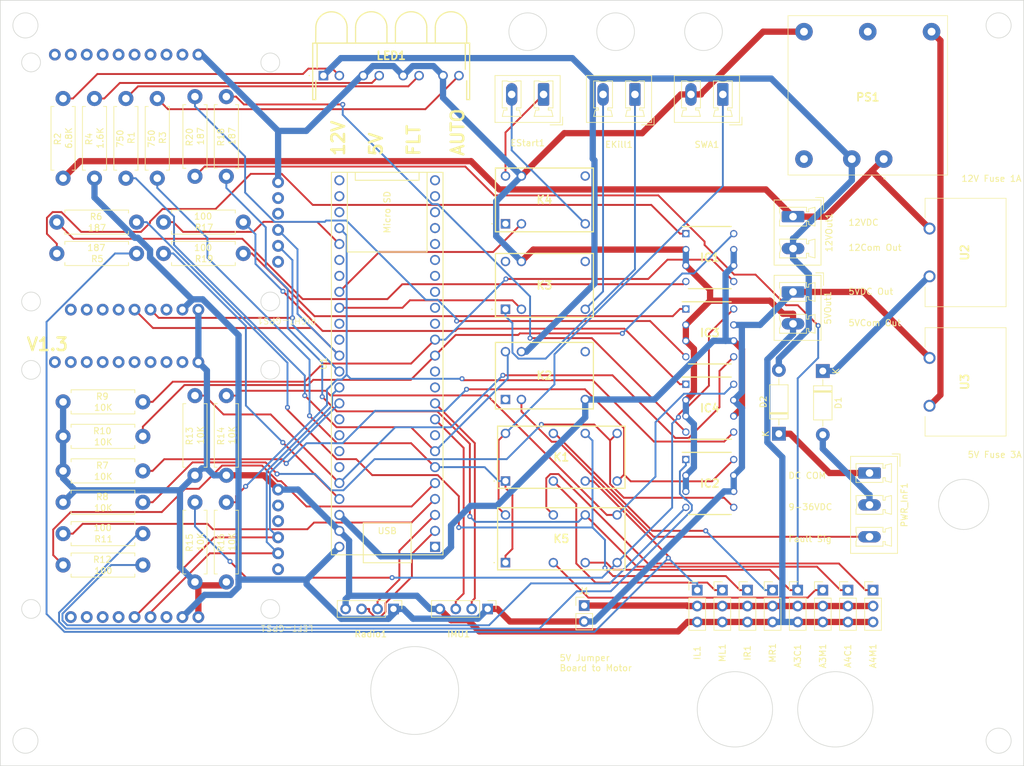
<source format=kicad_pcb>
(kicad_pcb (version 20221018) (generator pcbnew)
  (title_block (title "AGV Control Board") (date "2024-06-30") (rev "V1.3"))
  (layers (0 "F.Cu" signal) (31 "B.Cu" signal) (34 "B.Paste" user) (35 "F.Paste" user) (36 "B.SilkS" user "B.Silkscreen") (37 "F.SilkS" user "F.Silkscreen") (38 "B.Mask" user) (39 "F.Mask" user) (44 "Edge.Cuts" user))
  (net 0 "")
  (net 1 "COM")
  (net 2 "5VDC")
  (net 3 "3.3V")
  (net 4 "12COM")
  (net 5 "12VDC")
  (net 6 "TX1")
  (net 7 "RX1")
  (net 8 "M5V")
  (net 9 "TX2")
  (net 10 "RX2")
  (net 13 "Net-(U1-2_OUT2)")
  (net 14 "Net-(U1-3_LRCLK2)")
  (net 15 "Net-(IC1-E_1)")
  (net 16 "Net-(IC1-E_2)")
  (net 17 "Net-(IC2-E_1)")
  (net 18 "Net-(IC2-E_2)")
  (net 19 "Net-(IC3-E_1)")
  (net 20 "Net-(IC4-E_1)")
  (net 21 "12VDC_A")
  (net 34 "Net-(EKill1-Pin_1)")
  (net 35 "Net-(EKill1-Pin_2)")
  (net 48 "Net-(EStart1-Pin_1)")
  (net 49 "Net-(EStart1-Pin_2)")
  (net 50 "Net-(IC1-A_1)")
  (net 51 "Net-(IC1-A_2)")
  (net 52 "Net-(IC2-A_1)")
  (net 53 "Net-(IC2-A_2)")
  (net 54 "Net-(A3C1-Pin_1)")
  (net 55 "Net-(A3M1-Pin_1)")
  (net 56 "EKill")
  (net 57 "EStart")
  (net 58 "MOut")
  (net 59 "Net-(K1-COM_1)")
  (net 60 "Net-(K1-COM_2)")
  (net 61 "MCom")
  (net 62 "Net-(A4C1-Pin_1)")
  (net 63 "Net-(A4M1-Pin_1)")
  (net 64 "Net-(IL1-Pin_1)")
  (net 65 "Net-(IR1-Pin_1)")
  (net 66 "Net-(IC3-A_1)")
  (net 67 "Net-(IC3-A_2)")
  (net 68 "Net-(IC4-A_1)")
  (net 69 "Net-(IC4-A_2)")
  (net 71 "Net-(K2-COIL_1)")
  (net 73 "Net-(K2-NO)")
  (net 77 "Net-(LED1-A_GREEN_1)")
  (net 78 "Net-(LED1-A_GREEN_2)")
  (net 79 "Net-(LED1-A_GREEN_3)")
  (net 80 "Net-(LED1-A_GREEN_4)")
  (net 85 "Net-(LEFT-GPS1-RX2)")
  (net 86 "Net-(LEFT-GPS1-TX2)")
  (net 98 "Net-(RIGHT-GPS1-RX2)")
  (net 99 "Net-(RIGHT-GPS1-TX2)")
  (net 107 "12VDC_C")
  (net 108 "12COM_C")
  (net 109 "A3C_IN")
  (net 110 "A4C_IN")
  (net 112 "5VDC_A")
  (net 113 "A4M_OUT")
  (net 114 "A3M_OUT")
  (footprint "SamacSys:R_Axial_DIN0411_L9.9mm_D3.6mm_P12.70mm_Horizontal_ZT" (layer "F.Cu") (at 56 112.7 90)
    (fp_text reference "R16")
    (fp_text value "10K")
  )
  (footprint "Connector_PinHeader_2.54mm:PinHeader_1x03_P2.54mm_Vertical" (layer "F.Cu") (at 131 114)
    (fp_text reference "IL1")
    (fp_text value "Conn_01x03_Pin")
  )
  (footprint "Connector_PinHeader_2.54mm:PinHeader_1x03_P2.54mm_Vertical" (layer "F.Cu") (at 159 114)
    (fp_text reference "A4M1")
    (fp_text value "Conn_01x03_Pin")
  )
  (footprint "SamacSys:R_Axial_DIN0411_L9.9mm_D3.6mm_P12.70mm_Horizontal_ZT" (layer "F.Cu") (at 41.7 60.35 180)
    (fp_text reference "R5")
    (fp_text value "187")
  )
  (footprint "boards:Sparkfun GPS-RTK" (layer "F.Cu") (at 65.6166 70.5658 180)
    (fp_text reference "RIGHT-GPS1")
    (fp_text value "~")
  )
  (footprint "Diode_THT:D_DO-41_SOD81_P10.16mm_Horizontal" (layer "F.Cu") (at 151 79.08 -90)
    (fp_text reference "D1")
    (fp_text value "1N4001")
  )
  (footprint "SamacSys:R_Axial_DIN0411_L9.9mm_D3.6mm_P12.70mm_Horizontal_ZT" (layer "F.Cu") (at 56 95.7 90)
    (fp_text reference "R14")
    (fp_text value "10K")
  )
  (footprint "Connector_PinHeader_2.54mm:PinHeader_1x03_P2.54mm_Vertical" (layer "F.Cu") (at 135 114)
    (fp_text reference "ML1")
    (fp_text value "Conn_01x03_Pin")
  )
  (footprint "Connector_PinHeader_2.54mm:PinHeader_1x02_P2.54mm_Vertical" (layer "F.Cu") (at 113 116.46)
    (fp_text reference "J1")
    (fp_text value "Conn_01x02_Pin")
  )
  (footprint "SamacSys:SR113V2002C" (layer "F.Cu") (at 100.46 109.62)
    (fp_text reference "K5")
    (fp_text value "SR11-3V-200-2C" hide)
  )
  (footprint "Connector_PinHeader_2.54mm:PinHeader_1x03_P2.54mm_Vertical" (layer "F.Cu") (at 143 114)
    (fp_text reference "MR1")
    (fp_text value "Conn_01x03_Pin")
  )
  (footprint "Connector_PinHeader_2.54mm:PinHeader_1x04_P2.54mm_Vertical" (layer "F.Cu") (at 82.62 117 -90)
    (fp_text reference "Radio1")
    (fp_text value "Conn_01x04_Pin")
  )
  (footprint "SamacSys:R_Axial_DIN0411_L9.9mm_D3.6mm_P12.70mm_Horizontal_ZT" (layer "F.Cu") (at 40 35.65 -90)
    (fp_text reference "R1")
    (fp_text value "750")
  )
  (footprint "SamacSys:R_Axial_DIN0411_L9.9mm_D3.6mm_P12.70mm_Horizontal_ZT" (layer "F.Cu") (at 51 48.05 90)
    (fp_text reference "R20")
    (fp_text value "187")
  )
  (footprint "SamacSys:R_Axial_DIN0411_L9.9mm_D3.6mm_P12.70mm_Horizontal_ZT" (layer "F.Cu") (at 45 35.65 -90)
    (fp_text reference "R3")
    (fp_text value "750")
  )
  (footprint "SamacSys:SR113V2002C" (layer "F.Cu") (at 100.46 96.62)
    (fp_text reference "K1")
    (fp_text value "SR11-3V-200-2C" hide)
  )
  (footprint "Connector_PinHeader_2.54mm:PinHeader_1x04_P2.54mm_Vertical" (layer "F.Cu") (at 97.62 117 -90)
    (fp_text reference "IMU1")
    (fp_text value "Conn_01x04_Pin")
  )
  (footprint "SamacSys:SR512V2001C" (layer "F.Cu") (at 100.46 83.62)
    (fp_text reference "K2")
    (fp_text value "SR5-12V-200-1C" hide)
  )
  (footprint "Diode_THT:D_DO-41_SOD81_P10.16mm_Horizontal" (layer "F.Cu") (at 144 89.08 90)
    (fp_text reference "D2")
    (fp_text value "1N4001")
  )
  (footprint "Connector_Phoenix_MC_HighVoltage:PhoenixContact_MCV_1,5_2-G-5.08_1x02_P5.08mm_Vertical" (layer "F.Cu") (at 121.08 35 180)
    (fp_text reference "EKill1")
    (fp_text value "Conn_01x02_Pin")
  )
  (footprint "SamacSys:R_Axial_DIN0411_L9.9mm_D3.6mm_P12.70mm_Horizontal_ZT" (layer "F.Cu") (at 51 112.7 90)
    (fp_text reference "R15")
    (fp_text value "10K")
  )
  (footprint "SamacSys:R_Axial_DIN0411_L9.9mm_D3.6mm_P12.70mm_Horizontal_ZT" (layer "F.Cu") (at 42.7 105 180)
    (fp_text reference "R11")
    (fp_text value "100")
  )
  (footprint "Connector_PinHeader_2.54mm:PinHeader_1x03_P2.54mm_Vertical" (layer "F.Cu") (at 147 114)
    (fp_text reference "A3C1")
    (fp_text value "Conn_01x03_Pin")
  )
  (footprint "SamacSys:R_Axial_DIN0411_L9.9mm_D3.6mm_P12.70mm_Horizontal_ZT" (layer "F.Cu") (at 30 48.35 90)
    (fp_text reference "R2")
    (fp_text value "6.8K")
  )
  (footprint "SamacSys:R_Axial_DIN0411_L9.9mm_D3.6mm_P12.70mm_Horizontal_ZT" (layer "F.Cu") (at 29 55.35)
    (fp_text reference "R6")
    (fp_text value "187")
  )
  (footprint "SamacSys:DIP762W56P254L977H470Q8N" (layer "F.Cu") (at 133 73)
    (fp_text reference "IC3")
    (fp_text value "CNY74-2H" hide)
  )
  (footprint "SamacSys:R_Axial_DIN0411_L9.9mm_D3.6mm_P12.70mm_Horizontal_ZT" (layer "F.Cu") (at 58.7 55.35 180)
    (fp_text reference "R17")
    (fp_text value "100")
  )
  (footprint "SamacSys:SR53V2001C" (layer "F.Cu") (at 100.46 69.24)
    (fp_text reference "K3")
    (fp_text value "SR5-3V-200-1C" hide)
  )
  (footprint "Connector_Phoenix_MC_HighVoltage:PhoenixContact_MCV_1,5_2-G-5.08_1x02_P5.08mm_Vertical" (layer "F.Cu") (at 135.08 35 180)
    (fp_text reference "SWA1")
    (fp_text value "Conn_01x02_Pin")
  )
  (footprint "SamacSys:R_Axial_DIN0411_L9.9mm_D3.6mm_P12.70mm_Horizontal_ZT" (layer "F.Cu") (at 35 48.35 90)
    (fp_text reference "R4")
    (fp_text value "1.6K")
  )
  (footprint "SamacSys:R_Axial_DIN0411_L9.9mm_D3.6mm_P12.70mm_Horizontal_ZT" (layer "F.Cu") (at 30 89.5)
    (fp_text reference "R10")
    (fp_text value "10K")
  )
  (footprint "SamacSys:R_Axial_DIN0411_L9.9mm_D3.6mm_P12.70mm_Horizontal_ZT" (layer "F.Cu") (at 56 48.05 90)
    (fp_text reference "R18")
    (fp_text value "187")
  )
  (footprint "SamacSys:5501307004F" (layer "F.Cu") (at 71.46 32 180)
    (fp_text reference "LED1")
    (fp_text value "550-1307-004F" hide)
  )
  (footprint "SamacSys:THL152411WI" (layer "F.Cu") (at 160.7 45.3 180)
    (fp_text reference "PS1")
    (fp_text value "THL_15-2411WI" hide)
  )
  (footprint "boards:Sparkfun GPS-RTK" (layer "F.Cu") (at 65.6166 119.5658 180)
    (fp_text reference "LEFT-GPS1")
    (fp_text value "~")
  )
  (footprint "SamacSys:R_Axial_DIN0411_L9.9mm_D3.6mm_P12.70mm_Horizontal_ZT" (layer "F.Cu") (at 51 95.7 90)
    (fp_text reference "R13")
    (fp_text value "10K")
  )
  (footprint "SamacSys:01530007Z" (layer "F.Cu") (at 173.74 80.81 90)
    (fp_text reference "U3")
    (fp_text value "01530007Z" hide)
  )
  (footprint "SamacSys:R_Axial_DIN0411_L9.9mm_D3.6mm_P12.70mm_Horizontal_ZT" (layer "F.Cu") (at 58.7 60.35 180)
    (fp_text reference "R19")
    (fp_text value "100")
  )
  (footprint "SamacSys:01530007Z" (layer "F.Cu") (at 173.74 60.19 90)
    (fp_text reference "U2")
    (fp_text value "01530007Z" hide)
  )
  (footprint "SamacSys:SR53V2001C" (layer "F.Cu") (at 100.46 55.62)
    (fp_text reference "K4")
    (fp_text value "SR5-3V-200-1C" hide)
  )
  (footprint "SamacSys:DIP762W56P254L977H470Q8N" (layer "F.Cu") (at 133 61)
    (fp_text reference "IC1")
    (fp_text value "CNY74-2H" hide)
  )
  (footprint "Connector_Phoenix_MC_HighVoltage:PhoenixContact_MCV_1,5_2-G-5.08_1x02_P5.08mm_Vertical" (layer "F.Cu") (at 106.5225 35 180)
    (fp_text reference "EStart1")
    (fp_text value "Conn_01x02_Pin")
  )
  (footprint "Teensy:Teensy41" (layer "F.Cu") (at 81.62 77.89 90)
    (fp_text reference "U1")
    (fp_text value "Teensy4.1")
  )
  (footprint "SamacSys:DIP762W56P254L977H470Q8N" (layer "F.Cu") (at 133 97)
    (fp_text reference "IC2")
    (fp_text value "CNY74-2H" hide)
  )
  (footprint "Connector_Phoenix_MC_HighVoltage:PhoenixContact_MCV_1,5_3-G-5.08_1x03_P5.08mm_Vertical" (layer "F.Cu") (at 158.4375 95.3375 -90)
    (fp_text reference "PWR_InF1")
    (fp_text value "Conn_01x03_Pin")
  )
  (footprint "SamacSys:R_Axial_DIN0411_L9.9mm_D3.6mm_P12.70mm_Horizontal_ZT" (layer "F.Cu") (at 30 95)
    (fp_text reference "R7")
    (fp_text value "10K")
  )
  (footprint "Connector_PinHeader_2.54mm:PinHeader_1x03_P2.54mm_Vertical" (layer "F.Cu") (at 155 114)
    (fp_text reference "A4C1")
    (fp_text value "Conn_01x03_Pin")
  )
  (footprint "Connector_Phoenix_MC_HighVoltage:PhoenixContact_MCV_1,5_2-G-5.08_1x02_P5.08mm_Vertical" (layer "F.Cu") (at 146.2575 54.4775 -90)
    (fp_text reference "12VOut1")
    (fp_text value "Conn_01x02_Pin")
  )
  (footprint "SamacSys:R_Axial_DIN0411_L9.9mm_D3.6mm_P12.70mm_Horizontal_ZT" (layer "F.Cu") (at 30 100)
    (fp_text reference "R8")
    (fp_text value "10K")
  )
  (footprint "SamacSys:R_Axial_DIN0411_L9.9mm_D3.6mm_P12.70mm_Horizontal_ZT" (layer "F.Cu") (at 30 84)
    (fp_text reference "R9")
    (fp_text value "10K")
  )
  (footprint "Connector_PinHeader_2.54mm:PinHeader_1x03_P2.54mm_Vertical" (layer "F.Cu") (at 151 114)
    (fp_text reference "A3M1")
    (fp_text value "Conn_01x03_Pin")
  )
  (footprint "SamacSys:DIP762W56P254L977H470Q8N" (layer "F.Cu") (at 133 85)
    (fp_text reference "IC4")
    (fp_text value "CNY74-2H" hide)
  )
  (footprint "Connector_PinHeader_2.54mm:PinHeader_1x03_P2.54mm_Vertical" (layer "F.Cu") (at 139 114)
    (fp_text reference "IR1")
    (fp_text value "Conn_01x03_Pin")
  )
  (footprint "SamacSys:R_Axial_DIN0411_L9.9mm_D3.6mm_P12.70mm_Horizontal_ZT" (layer "F.Cu") (at 30 110)
    (fp_text reference "R12")
    (fp_text value "100")
  )
  (footprint "Connector_Phoenix_MC_HighVoltage:PhoenixContact_MCV_1,5_2-G-5.08_1x02_P5.08mm_Vertical" (layer "F.Cu") (at 146.2575 66.4775 -90)
    (fp_text reference "5VOut1")
    (fp_text value "Conn_01x02_Pin")
  )
  (gr_line (start 20 142) (end 20 20) (stroke (width 0.1)) (layer "Edge.Cuts"))
  (gr_circle (center 86 130) (end 93 130) (stroke (width 0.1)) (fill none) (layer "Edge.Cuts"))
  (gr_circle (center 24.9 78.9) (end 23.4 78.9) (stroke (width 0.1)) (fill none) (layer "Edge.Cuts"))
  (gr_circle (center 63 78.9) (end 61.5 78.9) (stroke (width 0.1)) (fill none) (layer "Edge.Cuts"))
  (gr_circle (center 179 138) (end 177 138) (stroke (width 0.1)) (fill none) (layer "Edge.Cuts"))
  (gr_circle (center 63 68) (end 61.5 68) (stroke (width 0.1)) (fill none) (layer "Edge.Cuts"))
  (gr_circle (center 24 24) (end 24 22) (stroke (width 0.1)) (fill none) (layer "Edge.Cuts"))
  (gr_circle (center 118 25) (end 121 25) (stroke (width 0.1)) (fill none) (layer "Edge.Cuts"))
  (gr_line (start 183 20) (end 183 142) (stroke (width 0.1)) (layer "Edge.Cuts"))
  (gr_circle (center 24 138) (end 26 138) (stroke (width 0.1)) (fill none) (layer "Edge.Cuts"))
  (gr_circle (center 63 29.9) (end 61.5 29.9) (stroke (width 0.1)) (fill none) (layer "Edge.Cuts"))
  (gr_circle (center 179 24) (end 181 24) (stroke (width 0.1)) (fill none) (layer "Edge.Cuts"))
  (gr_circle (center 132 25) (end 135 25) (stroke (width 0.1)) (fill none) (layer "Edge.Cuts"))
  (gr_circle (center 173.4375 100.3375) (end 177.4375 100.3375) (stroke (width 0.1)) (fill none) (layer "Edge.Cuts"))
  (gr_circle (center 137 133) (end 143 133) (stroke (width 0.1)) (fill none) (layer "Edge.Cuts"))
  (gr_circle (center 24.9 68) (end 26.4 68) (stroke (width 0.1)) (fill none) (layer "Edge.Cuts"))
  (gr_circle (center 63 117) (end 61.5 117) (stroke (width 0.1)) (fill none) (layer "Edge.Cuts"))
  (gr_line (start 20 20) (end 183 20) (stroke (width 0.1)) (layer "Edge.Cuts"))
  (gr_circle (center 153 133) (end 159 133) (stroke (width 0.1)) (fill none) (layer "Edge.Cuts"))
  (gr_circle (center 104 25) (end 107 25) (stroke (width 0.1)) (fill none) (layer "Edge.Cuts"))
  (gr_line (start 183 142) (end 20 142) (stroke (width 0.1)) (layer "Edge.Cuts"))
  (gr_circle (center 24.9 29.9) (end 26.4 29.9) (stroke (width 0.1)) (fill none) (layer "Edge.Cuts"))
  (gr_circle (center 24.9 117) (end 23.4 117) (stroke (width 0.1)) (fill none) (layer "Edge.Cuts"))
  (gr_text "12V" (at 75 45 90) (layer "F.SilkS") (effects (font (size 2 2) (thickness 0.4) bold) (justify left bottom)))
  (gr_text "FLT" (at 87 45 90) (layer "F.SilkS") (effects (font (size 2 2) (thickness 0.4) bold) (justify left bottom)))
  (gr_text "${REVISION}" (at 24 76) (layer "F.SilkS") (effects (font (size 2 2) (thickness 0.4) bold) (justify left bottom)))
  (gr_text "5VCom Out" (at 155 72) (layer "F.SilkS") (effects (font (size 1 1)) (justify left bottom)))
  (gr_text "5V Jumper\nBoard to Motor" (at 109 127) (layer "F.SilkS") (effects (font (size 1 1)) (justify left bottom)))
  (gr_text "12V Fuse 1A" (at 173 49) (layer "F.SilkS") (effects (font (size 1 1)) (justify left bottom)))
  (gr_text "12Com Out" (at 155 60) (layer "F.SilkS") (effects (font (size 1 1)) (justify left bottom)))
  (gr_text "9-36VDC" (at 145.4375 101.3375) (layer "F.SilkS") (effects (font (size 1 1)) (justify left bottom)))
  (gr_text "AUTO" (at 94 45 90) (layer "F.SilkS") (effects (font (size 2 2) (thickness 0.4) bold) (justify left bottom)))
  (gr_text "5V Fuse 3A" (at 174 93) (layer "F.SilkS") (effects (font (size 1 1)) (justify left bottom)))
  (gr_text "12VDC" (at 155 56) (layer "F.SilkS") (effects (font (size 1 1)) (justify left bottom)))
  (gr_text "DC COM" (at 145.4375 96.3375) (layer "F.SilkS") (effects (font (size 1 1)) (justify left bottom)))
  (gr_text "5V" (at 81 45 90) (layer "F.SilkS") (effects (font (size 2 2) (thickness 0.4) bold) (justify left bottom)))
  (gr_text "5VDC Out" (at 155 67) (layer "F.SilkS") (effects (font (size 1 1)) (justify left bottom)))
  (gr_text "Fault Sig" (at 145.4375 106.4175) (layer "F.SilkS") (effects (font (size 1 1)) (justify left bottom)))
  (segment (start 51.545 113.245) (end 55.455 113.245) (width 1) (layer "F.Cu") (net 1))
  (segment (start 139 119.08) (end 135 119.08) (width 1) (layer "F.Cu") (net 1))
  (segment (start 94.5001 118.7914) (end 91.7914 118.7914) (width 1) (layer "F.Cu") (net 1))
  (segment (start 146.2575 71.5575) (end 146.2575 69.9556) (width 1) (layer "F.Cu") (net 1))
  (segment (start 129.19 62.27) (end 133.0428 66.1228) (width 1) (layer "F.Cu") (net 1))
  (segment (start 129.4481 119.08) (end 127.9572 120.5709) (width 1) (layer "F.Cu") (net 1))
  (segment (start 133.0428 67.8772) (end 129.19 71.73) (width 1) (layer "F.Cu") (net 1))
  (segment (start 61.9692 95.7) (end 64.245 97.9758) (width 1) (layer "F.Cu") (net 1))
  (segment (start 55.455 113.245) (end 56 112.7) (width 1) (layer "F.Cu") (net 1))
  (segment (start 129.19 71.73) (end 129.19 74.27) (width 1) (layer "F.Cu") (net 1))
  (segment (start 129.19 74.27) (end 130.4719 75.5519) (width 1) (layer "F.Cu") (net 1))
  (segment (start 144.6556 69.9556) (end 146.2575 69.9556) (width 1) (layer "F.Cu") (net 1))
  (segment (start 131 119.08) (end 129.4481 119.08) (width 1) (layer "F.Cu") (net 1))
  (segment (start 127.9572 120.5709) (end 96.2796 120.5709) (width 1) (layer "F.Cu") (net 1))
  (segment (start 51.545 118.2958) (end 51.545 113.245) (width 1) (layer "F.Cu") (net 1))
  (segment (start 131.6019 34.8999) (end 141.5018 25) (width 1) (layer "F.Cu") (net 1))
  (segment (start 130 35) (end 131.6019 35) (width 1) (layer "F.Cu") (net 1))
  (segment (start 109.8227 41.1773) (end 122.2208 41.1773) (width 1) (layer "F.Cu") (net 1))
  (segment (start 151 119.08) (end 155 119.08) (width 1) (layer "F.Cu") (net 1))
  (segment (start 131.6019 35) (end 131.6019 34.8999) (width 1) (layer "F.Cu") (net 1))
  (segment (start 130.4719 82.4481) (end 129.19 83.73) (width 1) (layer "F.Cu") (net 1))
  (segment (start 135 119.08) (end 131 119.08) (width 1) (layer "F.Cu") (net 1))
  (segment (start 141.5018 25) (end 148 25) (width 1) (layer "F.Cu") (net 1))
  (segment (start 142.5772 67.8772) (end 144.6556 69.9556) (width 1) (layer "F.Cu") (net 1))
  (segment (start 91.7914 118.7914) (end 90 117) (width 1) (layer "F.Cu") (net 1))
  (segment (start 133.0428 66.1228) (end 133.0428 67.8772) (width 1) (layer "F.Cu") (net 1))
  (segment (start 129.19 59.73) (end 104.89 59.73) (width 1) (layer "F.Cu") (net 1))
  (segment (start 103 48) (end 109.8227 41.1773) (width 1) (layer "F.Cu") (net 1))
  (segment (start 133.0428 67.8772) (end 142.5772 67.8772) (width 1) (layer "F.Cu") (net 1))
  (segment (start 56 95.7) (end 61.9692 95.7) (width 1) (layer "F.Cu") (net 1))
  (segment (start 143 119.08) (end 139 119.08) (width 1) (layer "F.Cu") (net 1))
  (segment (start 96.2796 120.5709) (end 94.5001 118.7914) (width 1) (layer "F.Cu") (net 1))
  (segment (start 130 35) (end 128.3981 35) (width 1) (layer "F.Cu") (net 1))
  (segment (start 122.2208 41.1773) (end 128.3981 35) (width 1) (layer "F.Cu") (net 1))
  (segment (start 155 119.08) (end 159 119.08) (width 1) (layer "F.Cu") (net 1))
  (segment (start 51.545 113.245) (end 51 112.7) (width 1) (layer "F.Cu") (net 1))
  (segment (start 130.4719 75.5519) (end 130.4719 82.4481) (width 1) (layer "F.Cu") (net 1))
  (segment (start 104.89 59.73) (end 103 61.62) (width 1) (layer "F.Cu") (net 1))
  (segment (start 151 119.08) (end 147 119.08) (width 1) (layer "F.Cu") (net 1))
  (segment (start 48.6133 98.0867) (end 31.9133 98.0867) (width 1) (layer "B.Cu") (net 1))
  (segment (start 103 61.62) (end 98.9804 57.6004) (width 1) (layer "B.Cu") (net 1))
  (segment (start 56 95.7) (end 54.0088 95.7) (width 1) (layer "B.Cu") (net 1))
  (segment (start 144.5519 119.08) (end 145.4481 119.08) (width 1) (layer "B.Cu") (net 1))
  (segment (start 51.545 28.6558) (end 52.0903 28.6558) (width 1) (layer "B.Cu") (net 1))
  (segment (start 90.51 32) (end 88.9831 30.4731) (width 1) (layer "B.Cu") (net 1))
  (segment (start 64.245 40.8105) (end 64.245 48.9758) (width 1) (layer "B.Cu") (net 1))
  (segment (start 142.1702 77.2467) (end 146.2575 73.1594) (width 1) (layer "B.Cu") (net 1))
  (segment (start 103 48) (end 90.51 35.51) (width 1) (layer "B.Cu") (net 1))
  (segment (start 48.6133 110.3133) (end 48.6133 98.0867) (width 1) (layer "B.Cu") (net 1))
  (segment (start 30 89.5) (end 30 95) (width 1) (layer "B.Cu") (net 1))
  (segment (start 130.4719 94.4481) (end 129.19 95.73) (width 1) (layer "B.Cu") (net 1))
  (segment (start 147 119.08) (end 145.4481 119.08) (width 1) (layer "B.Cu") (net 1))
  (segment (start 82.6331 30.4731) (end 79.3369 30.4731) (width 1) (layer "B.Cu") (net 1))
  (segment (start 75.5474 114.9007) (end 75 115.4481) (width 1) (layer "B.Cu") (net 1))
  (segment (start 75 117) (end 75 115.4481) (width 1) (layer "B.Cu") (net 1))
  (segment (start 52.9058 94.597) (end 52.9058 79.0166) (width 1) (layer "B.Cu") (net 1))
  (segment (start 52.9058 94.597) (end 52.103 94.597) (width 1) (layer "B.Cu") (net 1))
  (segment (start 31.9133 98.0867) (end 30 100) (width 1) (layer "B.Cu") (net 1))
  (segment (start 75.5474 106.1074) (end 75.5474 114.9007) (width 1) (layer "B.Cu") (net 1))
  (segment (start 77.81 32) (end 77.534 32) (width 1) (layer "B.Cu") (net 1))
  (segment (start 77.534 32) (end 68.7235 40.8105) (width 1) (layer "B.Cu") (net 1))
  (segment (start 143 119.08) (end 144.5519 119.08) (width 1) (layer "B.Cu") (net 1))
  (segment (start 129.19 86.27) (end 129.19 83.73) (width 1) (layer "B.Cu") (net 1))
  (segment (start 51 112.7) (end 48.6133 110.3133) (width 1) (layer "B.Cu") (net 1))
  (segment (start 52.103 94.597) (end 51 95.7) (width 1) (layer "B.Cu") (net 1))
  (segment (start 51.545 69.2958) (end 51.545 77.6558) (width 1) (layer "B.Cu") (net 1))
  (segment (start 98.9804 57.6004) (end 98.9804 52.0196) (width 1) (layer "B.Cu") (net 1))
  (segment (start 54.0088 95.7) (end 52.9058 94.597) (width 1) (layer "B.Cu") (net 1))
  (segment (start 88.4481 117) (end 86.3488 114.9007) (width 1) (layer "B.Cu") (net 1))
  (segment (start 88.9831 30.4731) (end 85.6869 30.4731) (width 1) (layer "B.Cu") (net 1))
  (segment (start 129.19 98.27) (end 129.19 95.73) (width 1) (layer "B.Cu") (net 1))
  (segment (start 90 117) (end 88.4481 117) (width 1) (layer "B.Cu") (net 1))
  (segment (start 67.4158 97.9758) (end 74 104.56) (width 1) (layer "B.Cu") (net 1))
  (segment (start 30 96.1734) (end 31.9133 98.0867) (width 1) (layer "B.Cu") (net 1))
  (segment (start 52.0903 28.6558) (end 64.245 40.8105) (width 1) (layer "B.Cu") (net 1))
  (segment (start 130.4719 87.5519) (end 130.4719 94.4481) (width 1) (layer "B.Cu") (net 1))
  (segment (start 142.1702 90.4428) (end 142.1702 77.2467) (width 1) (layer "B.Cu") (net 1))
  (segment (start 52.9058 79.0166) (end 51.545 77.6558) (width 1) (layer "B.Cu") (net 1))
  (segment (start 79.3369 30.4731) (end 77.81 32) (width 1) (layer "B.Cu") (net 1))
  (segment (start 74 104.56) (end 75.5474 106.1074) (width 1) (layer "B.Cu") (net 1))
  (segment (start 144.5519 92.8245) (end 142.1702 90.4428) (width 1) (layer "B.Cu") (net 1))
  (segment (start 68.7235 40.8105) (end 64.245 40.8105) (width 1) (layer "B.Cu") (net 1))
  (segment (start 64.245 97.9758) (end 67.4158 97.9758) (width 1) (layer "B.Cu") (net 1))
  (segment (start 51 95.7) (end 48.6133 98.0867) (width 1) (layer "B.Cu") (net 1))
  (segment (start 84.16 32) (end 82.6331 30.4731) (width 1) (layer "B.Cu") (net 1))
  (segment (start 30 84) (end 30 89.5) (width 1) (layer "B.Cu") (net 1))
  (segment (start 90.51 35.51) (end 90.51 32) (width 1) (layer "B.Cu") (net 1))
  (segment (start 129.19 86.27) (end 130.4719 87.5519) (width 1) (layer "B.Cu") (net 1))
  (segment (start 129.19 62.27) (end 129.19 59.73) (width 1) (layer "B.Cu") (net 1))
  (segment (start 144.5519 119.08) (end 144.5519 92.8245) (width 1) (layer "B.Cu") (net 1))
  (segment (start 30 95) (end 30 96.1734) (width 1) (layer "B.Cu") (net 1))
  (segment (start 146.2575 71.5575) (end 146.2575 73.1594) (width 1) (layer "B.Cu") (net 1))
  (segment (start 98.9804 52.0196) (end 103 48) (width 1) (layer "B.Cu") (net 1))
  (segment (start 86.3488 114.9007) (end 75.5474 114.9007) (width 1) (layer "B.Cu") (net 1))
  (segment (start 85.6869 30.4731) (end 84.16 32) (width 1) (layer "B.Cu") (net 1))
  (segment (start 113 119) (end 101.1719 119) (width 1) (layer "F.Cu") (net 2))
  (segment (start 101.1719 119) (end 99.1719 117) (width 1) (layer "F.Cu") (net 2))
  (segment (start 97.62 117) (end 99.1719 117) (width 1) (layer "F.Cu") (net 2))
  (segment (start 168 77) (end 157.4775 66.4775) (width 1) (layer "F.Cu") (net 2))
  (segment (start 157.4775 66.4775) (end 146.2575 66.4775) (width 1) (layer "F.Cu") (net 2))
  (segment (start 57.9436 113.4924) (end 56.6778 114.7582) (width 1) (layer "B.Cu") (net 2))
  (segment (start 50.6475 67.6533) (end 52.2245 67.6533) (width 1) (layer "B.Cu") (net 2))
  (segment (start 81.8228 118.5732) (end 74.3012 118.5732) (width 1) (layer "B.Cu") (net 2))
  (segment (start 113 119) (end 114.5519 119) (width 1) (layer "B.Cu") (net 2))
  (segment (start 96.0681 118.5519) (end 85.7238 118.5519) (width 1) (layer "B.Cu") (net 2))
  (segment (start 138.105 71.73) (end 138.105 82.435) (width 1) (layer "B.Cu") (net 2))
  (segment (start 43.85 60.9961) (end 43.85 59.7913) (width 1) (layer "B.Cu") (net 2))
  (segment (start 135.2819 98.27) (end 114.5519 119) (width 1) (layer "B.Cu") (net 2))
  (segment (start 56.6778 114.7582) (end 52.5426 114.7582) (width 1) (layer "B.Cu") (net 2))
  (segment (start 138.105 71.73) (end 136.81 71.73) (width 1) (layer "B.Cu") (net 2))
  (segment (start 138.121 94.419) (end 136.81 95.73) (width 1) (layer "B.Cu") (net 2))
  (segment (start 43.85 59.7913) (end 41.9087 57.85) (width 1) (layer "B.Cu") (net 2))
  (segment (start 35 51.4174) (end 35 48.35) (width 1) (layer "B.Cu") (net 2))
  (segment (start 82.62 117) (end 83.396 117) (width 1) (layer "B.Cu") (net 2))
  (segment (start 74 107.1) (end 68.7806 112.3194) (width 1) (layer "B.Cu") (net 2))
  (segment (start 97.62 117) (end 96.0681 118.5519) (width 1) (layer "B.Cu") (net 2))
  (segment (start 52.2245 67.6533) (end 57.9436 73.3724) (width 1) (layer "B.Cu") (net 2))
  (segment (start 41.9087 57.85) (end 41.4326 57.85) (width 1) (layer "B.Cu") (net 2))
  (segment (start 85.7238 118.5519) (end 84.1719 117) (width 1) (layer "B.Cu") (net 2))
  (segment (start 50.5774 67.7234) (end 43.85 60.9961) (width 1) (layer "B.Cu") (net 2))
  (segment (start 50.5774 67.7234) (end 49.005 69.2958) (width 1) (layer "B.Cu") (net 2))
  (segment (start 136.81 83.73) (end 138.121 85.041) (width 1) (layer "B.Cu") (net 2))
  (segment (start 74.3012 118.5732) (end 68.7806 113.0526) (width 1) (layer "B.Cu") (net 2))
  (segment (start 50.5774 67.7234) (end 50.6475 67.6533) (width 1) (layer "B.Cu") (net 2))
  (segment (start 141.005 71.73) (end 138.105 71.73) (width 1) (layer "B.Cu") (net 2))
  (segment (start 41.4326 57.85) (end 35 51.4174) (width 1) (layer "B.Cu") (net 2))
  (segment (start 136.81 98.27) (end 135.2819 98.27) (width 1) (layer "B.Cu") (net 2))
  (segment (start 138.105 82.435) (end 136.81 83.73) (width 1) (layer "B.Cu") (net 2))
  (segment (start 68.7806 112.3194) (end 57.9436 112.3194) (width 1) (layer "B.Cu") (net 2))
  (segment (start 57.9436 73.3724) (end 57.9436 112.3194) (width 1) (layer "B.Cu") (net 2))
  (segment (start 83.396 117) (end 81.8228 118.5732) (width 1) (layer "B.Cu") (net 2))
  (segment (start 68.7806 113.0526) (end 68.7806 112.3194) (width 1) (layer "B.Cu") (net 2))
  (segment (start 136.81 95.73) (end 136.81 98.27) (width 1) (layer "B.Cu") (net 2))
  (segment (start 146.2575 66.4775) (end 141.005 71.73) (width 1) (layer "B.Cu") (net 2))
  (segment (start 57.9436 112.3194) (end 57.9436 113.4924) (width 1) (layer "B.Cu") (net 2))
  (segment (start 83.396 117) (end 84.1719 117) (width 1) (layer "B.Cu") (net 2))
  (segment (start 138.121 85.041) (end 138.121 94.419) (width 1) (layer "B.Cu") (net 2))
  (segment (start 52.5426 114.7582) (end 49.005 118.2958) (width 1) (layer "B.Cu") (net 2))
  (segment (start 136.81 74.27) (end 138.1253 75.5853) (width 1) (layer "F.Cu") (net 3))
  (segment (start 138.1253 84.9547) (end 136.81 86.27) (width 1) (layer "F.Cu") (net 3))
  (segment (start 138.1253 75.5853) (end 138.1253 84.9547) (width 1) (layer "F.Cu") (net 3))
  (segment (start 94.9044 100.5687) (end 99.0753 100.5687) (width 1) (layer "B.Cu") (net 3))
  (segment (start 135.5155 74.27) (end 136.81 74.27) (width 1) (layer "B.Cu") (net 3))
  (segment (start 135.5155 63.5645) (end 136.81 62.27) (width 1) (layer "B.Cu") (net 3))
  (segment (start 74 102.02) (end 80.5819 108.6019) (width 1) (layer "B.Cu") (net 3))
  (segment (start 113.16 86.484) (end 113.16 83.62) (width 1) (layer "B.Cu") (net 3))
  (segment (start 80.5819 108.6019) (end 90.3354 108.6019) (width 1) (layer "B.Cu") (net 3))
  (segment (start 113.16 83.62) (end 124.1951 83.62) (width 1) (layer "B.Cu") (net 3))
  (segment (start 91.7869 107.1504) (end 91.7869 103.6862) (width 1) (layer "B.Cu") (net 3))
  (segment (start 90.3354 108.6019) (end 91.7869 107.1504) (width 1) (layer "B.Cu") (net 3))
  (segment (start 124.1951 83.62) (end 133.5451 74.27) (width 1) (layer "B.Cu") (net 3))
  (segment (start 99.0753 100.5687) (end 113.16 86.484) (width 1) (layer "B.Cu") (net 3))
  (segment (start 133.5451 74.27) (end 135.5155 74.27) (width 1) (layer "B.Cu") (net 3))
  (segment (start 136.81 62.27) (end 136.81 59.73) (width 1) (layer "B.Cu") (net 3))
  (segment (start 135.5155 74.27) (end 135.5155 63.5645) (width 1) (layer "B.Cu") (net 3))
  (segment (start 91.7869 103.6862) (end 94.9044 100.5687) (width 1) (layer "B.Cu") (net 3))
  (segment (start 144 89.08) (end 145.8019 89.08) (width 1) (layer "F.Cu") (net 4))
  (segment (start 152.0594 95.3375) (end 145.8019 89.08) (width 1) (layer "F.Cu") (net 4))
  (segment (start 158.4375 95.3375) (end 152.0594 95.3375) (width 1) (layer "F.Cu") (net 4))
  (segment (start 151 91.4782) (end 151 89.24) (width 1) (layer "B.Cu") (net 5))
  (segment (start 158.4375 100.4175) (end 158.4375 98.8156) (width 1) (layer "B.Cu") (net 5))
  (segment (start 158.3374 98.8156) (end 151 91.4782) (width 1) (layer "B.Cu") (net 5))
  (segment (start 158.4375 98.8156) (end 158.3374 98.8156) (width 1) (layer "B.Cu") (net 5))
  (segment (start 89.24 102.02) (end 83.5576 107.7024) (width 0.3) (layer "F.Cu") (net 6))
  (segment (start 83.5576 107.7024) (end 83.5576 112.3205) (width 0.3) (layer "F.Cu") (net 6))
  (segment (start 80.08 117) (end 80.08 115.7981) (width 0.3) (layer "F.Cu") (net 6))
  (segment (start 83.5576 112.3205) (end 80.08 115.7981) (width 0.3) (layer "F.Cu") (net 6))
  (segment (start 85.5544 111.8679) (end 81.3501 116.0722) (width 0.3) (layer "F.Cu") (net 7))
  (segment (start 81.3501 116.0722) (end 81.3501 117.4544) (width 0.3) (layer "F.Cu") (net 7))
  (segment (start 77.54 117) (end 78.7419 117) (width 0.3) (layer "F.Cu") (net 7))
  (segment (start 85.5544 108.2456) (end 85.5544 111.8679) (width 0.3) (layer "F.Cu") (net 7))
  (segment (start 80.5815 118.223) (end 79.5913 118.223) (width 0.3) (layer "F.Cu") (net 7))
  (segment (start 81.3501 117.4544) (end 80.5815 118.223) (width 0.3) (layer "F.Cu") (net 7))
  (segment (start 78.7419 117.3736) (end 78.7419 117) (width 0.3) (layer "F.Cu") (net 7))
  (segment (start 89.24 104.56) (end 85.5544 108.2456) (width 0.3) (layer "F.Cu") (net 7))
  (segment (start 79.5913 118.223) (end 78.7419 117.3736) (width 0.3) (layer "F.Cu") (net 7))
  (segment (start 143 116.54) (end 139 116.54) (width 1) (layer "F.Cu") (net 8))
  (segment (start 131 116.54) (end 129.4481 116.54) (width 1) (layer "F.Cu") (net 8))
  (segment (start 155 116.54) (end 159 116.54) (width 1) (layer "F.Cu") (net 8))
  (segment (start 129.3681 116.46) (end 129.4481 116.54) (width 1) (layer "F.Cu") (net 8))
  (segment (start 151 116.54) (end 155 116.54) (width 1) (layer "F.Cu") (net 8))
  (segment (start 135 116.54) (end 131 116.54) (width 1) (layer "F.Cu") (net 8))
  (segment (start 147 116.54) (end 143 116.54) (width 1) (layer "F.Cu") (net 8))
  (segment (start 151 116.54) (end 147 116.54) (width 1) (layer "F.Cu") (net 8))
  (segment (start 113 116.46) (end 129.3681 116.46) (width 1) (layer "F.Cu") (net 8))
  (segment (start 139 116.54) (end 135 116.54) (width 1) (layer "F.Cu") (net 8))
  (segment (start 95.08 117) (end 95.08 115.7981) (width 0.3) (layer "F.Cu") (net 9))
  (segment (start 95.5737 90.5737) (end 89.24 84.24) (width 0.3) (layer "F.Cu") (net 9))
  (segment (start 95.5737 115.3044) (end 95.5737 90.5737) (width 0.3) (layer "F.Cu") (net 9))
  (segment (start 95.08 115.7981) (end 95.5737 115.3044) (width 0.3) (layer "F.Cu") (net 9))
  (segment (start 89.24 86.78) (end 93.7959 91.3359) (width 0.3) (layer "F.Cu") (net 10))
  (segment (start 92.54 117) (end 92.54 115.7981) (width 0.3) (layer "F.Cu") (net 10))
  (segment (start 93.7959 91.3359) (end 93.7959 114.5422) (width 0.3) (layer "F.Cu") (net 10))
  (segment (start 93.7959 114.5422) (end 92.54 115.7981) (width 0.3) (layer "F.Cu") (net 10))
  (segment (start 69.9708 103.2301) (end 85.4899 103.2301) (width 0.3) (layer "F.Cu") (net 13))
  (segment (start 31.5519 105) (end 33.1104 103.4415) (width 0.3) (layer "F.Cu") (net 13))
  (segment (start 68.9005 104.3004) (end 69.9708 103.2301) (width 0.3) (layer "F.Cu") (net 13))
  (segment (start 33.1104 103.4415) (end 53.0014 103.4415) (width 0.3) (layer "F.Cu") (net 13))
  (segment (start 53.0014 103.4415) (end 53.8603 104.3004) (width 0.3) (layer "F.Cu") (net 13))
  (segment (start 53.8603 104.3004) (end 68.9005 104.3004) (width 0.3) (layer "F.Cu") (net 13))
  (segment (start 30 105) (end 31.5519 105) (width 0.3) (layer "F.Cu") (net 13))
  (segment (start 85.4899 103.2301) (end 89.24 99.48) (width 0.3) (layer "F.Cu") (net 13))
  (segment (start 28.4261 104.3442) (end 28.4261 108.4261) (width 0.3) (layer "F.Cu") (net 14))
  (segment (start 45.7281 101.5519) (end 31.2184 101.5519) (width 0.3) (layer "F.Cu") (net 14))
  (segment (start 89.24 96.94) (end 85.5111 100.6689) (width 0.3) (layer "F.Cu") (net 14))
  (segment (start 49.4301 97.8499) (end 45.7281 101.5519) (width 0.3) (layer "F.Cu") (net 14))
  (segment (start 61.678 94.1473) (end 55.3321 94.1473) (width 0.3) (layer "F.Cu") (net 14))
  (segment (start 31.2184 101.5519) (end 28.4261 104.3442) (width 0.3) (layer "F.Cu") (net 14))
  (segment (start 55.3321 94.1473) (end 51.6295 97.8499) (width 0.3) (layer "F.Cu") (net 14))
  (segment (start 85.5111 100.6689) (end 68.7649 100.6689) (width 0.3) (layer "F.Cu") (net 14))
  (segment (start 64.1684 96.6377) (end 61.678 94.1473) (width 0.3) (layer "F.Cu") (net 14))
  (segment (start 28.4261 108.4261) (end 30 110) (width 0.3) (layer "F.Cu") (net 14))
  (segment (start 51.6295 97.8499) (end 49.4301 97.8499) (width 0.3) (layer "F.Cu") (net 14))
  (segment (start 68.7649 100.6689) (end 64.7337 96.6377) (width 0.3) (layer "F.Cu") (net 14))
  (segment (start 64.7337 96.6377) (end 64.1684 96.6377) (width 0.3) (layer "F.Cu") (net 14))
  (segment (start 92.5247 73.3353) (end 102.4896 73.3353) (width 0.3) (layer "F.Cu") (net 15))
  (segment (start 89.24 76.62) (end 92.5247 73.3353) (width 0.3) (layer "F.Cu") (net 15))
  (segment (start 102.4896 73.3353) (end 102.7399 73.085) (width 0.3) (layer "F.Cu") (net 15))
  (segment (start 102.7399 73.085) (end 119.0673 73.085) (width 0.3) (layer "F.Cu") (net 15))
  (segment (start 119.0673 73.085) (end 119.0686 73.0863) (width 0.3) (layer "F.Cu") (net 15))
  (segment (start 69.8361 80.4898) (end 85.3702 80.4898) (width 0.3) (layer "F.Cu") (net 15))
  (segment (start 42.7 87.9481) (end 49.3336 81.3145) (width 0.3) (layer "F.Cu") (net 15))
  (segment (start 49.3336 81.3145) (end 69.0114 81.3145) (width 0.3) (layer "F.Cu") (net 15))
  (segment (start 69.0114 81.3145) (end 69.8361 80.4898) (width 0.3) (layer "F.Cu") (net 15))
  (segment (start 42.7 89.5) (end 42.7 87.9481) (width 0.3) (layer "F.Cu") (net 15))
  (segment (start 85.3702 80.4898) (end 89.24 76.62) (width 0.3) (layer "F.Cu") (net 15))
  (via (at 119.0686 73.0863) (size 0.8) (drill 0.4) (layers "F.Cu" "B.Cu") (net 15))
  (segment (start 130.46 63.54) (end 136.81 57.19) (width 0.3) (layer "B.Cu") (net 15))
  (segment (start 119.0686 73.0863) (end 128.6149 63.54) (width 0.3) (layer "B.Cu") (net 15))
  (segment (start 128.6149 63.54) (end 130.46 63.54) (width 0.3) (layer "B.Cu") (net 15))
  (segment (start 68.4751 80.7798) (end 71.3649 77.89) (width 0.3) (layer "F.Cu") (net 16))
  (segment (start 133.3352 61.3352) (end 136.81 64.81) (width 0.3) (layer "F.Cu") (net 16))
  (segment (start 126.2628 61.3352) (end 133.3352 61.3352) (width 0.3) (layer "F.Cu") (net 16))
  (segment (start 47.4721 80.7798) (end 68.4751 80.7798) (width 0.3) (layer "F.Cu") (net 16))
  (segment (start 71.3649 77.89) (end 85.43 77.89) (width 0.3) (layer "F.Cu") (net 16))
  (segment (start 123.1885 64.4095) (end 126.2628 61.3352) (width 0.3) (layer "F.Cu") (net 16))
  (segment (start 42.7 84) (end 44.2519 84) (width 0.3) (layer "F.Cu") (net 16))
  (segment (start 44.2519 84) (end 47.4721 80.7798) (width 0.3) (layer "F.Cu") (net 16))
  (segment (start 85.43 77.89) (end 89.24 74.08) (width 0.3) (layer "F.Cu") (net 16))
  (segment (start 100.5285 64.4095) (end 123.1885 64.4095) (width 0.3) (layer "F.Cu") (net 16))
  (via (at 100.5285 64.4095) (size 0.8) (drill 0.4) (layers "F.Cu" "B.Cu") (net 16))
  (segment (start 89.24 74.08) (end 90.858 74.08) (width 0.3) (layer "B.Cu") (net 16))
  (segment (start 90.858 74.08) (end 100.5285 64.4095) (width 0.3) (layer "B.Cu") (net 16))
  (segment (start 65.5403 93.8153) (end 64.8685 93.1435) (width 0.3) (layer "F.Cu") (net 17))
  (segment (start 46.1084 93.1435) (end 44.2519 95) (width 0.3) (layer "F.Cu") (net 17))
  (segment (start 42.7 95) (end 44.2519 95) (width 0.3) (layer "F.Cu") (net 17))
  (segment (start 64.8685 93.1435) (end 46.1084 93.1435) (width 0.3) (layer "F.Cu") (net 17))
  (segment (start 120.4143 96.6639) (end 119.3456 95.5952) (width 0.3) (layer "F.Cu") (net 17))
  (segment (start 136.81 93.19) (end 133.3361 96.6639) (width 0.3) (layer "F.Cu") (net 17))
  (segment (start 113.1215 81.9966) (end 119.3456 88.2207) (width 0.3) (layer "F.Cu") (net 17))
  (segment (start 119.3456 88.2207) (end 119.3456 95.5952) (width 0.3) (layer "F.Cu") (net 17))
  (segment (start 94.2543 81.9966) (end 113.1215 81.9966) (width 0.3) (layer "F.Cu") (net 17))
  (segment (start 118.3208 96.62) (end 118.24 96.62) (width 0.3) (layer "F.Cu") (net 17))
  (segment (start 119.3456 95.5952) (end 118.3208 96.62) (width 0.3) (layer "F.Cu") (net 17))
  (segment (start 133.3361 96.6639) (end 120.4143 96.6639) (width 0.3) (layer "F.Cu") (net 17))
  (via (at 94.2543 81.9966) (size 0.8) (drill 0.4) (layers "F.Cu" "B.Cu") (net 17))
  (via (at 65.5403 93.8153) (size 0.8) (drill 0.4) (layers "F.Cu" "B.Cu") (net 17))
  (segment (start 90.8192 85.4317) (end 94.2543 81.9966) (width 0.3) (layer "B.Cu") (net 17))
  (segment (start 68.7656 90.59) (end 74.5302 90.59) (width 0.3) (layer "B.Cu") (net 17))
  (segment (start 65.5403 93.8153) (end 68.7656 90.59) (width 0.3) (layer "B.Cu") (net 17))
  (segment (start 79.6885 85.4317) (end 90.8192 85.4317) (width 0.3) (layer "B.Cu") (net 17))
  (segment (start 74.5302 90.59) (end 79.6885 85.4317) (width 0.3) (layer "B.Cu") (net 17))
  (segment (start 50.6065 93.6454) (end 44.2519 100) (width 0.3) (layer "F.Cu") (net 18))
  (segment (start 119.3106 99.28) (end 117.1224 97.0918) (width 0.3) (layer "F.Cu") (net 18))
  (segment (start 62.2396 93.6454) (end 50.6065 93.6454) (width 0.3) (layer "F.Cu") (net 18))
  (segment (start 64.0784 95.4842) (end 62.2396 93.6454) (width 0.3) (layer "F.Cu") (net 18))
  (segment (start 117.1224 97.0918) (end 117.1224 90.1376) (width 0.3) (layer "F.Cu") (net 18))
  (segment (start 42.7 100) (end 44.2519 100) (width 0.3) (layer "F.Cu") (net 18))
  (segment (start 135.28 99.28) (end 119.3106 99.28) (width 0.3) (layer "F.Cu") (net 18))
  (segment (start 136.81 100.81) (end 135.28 99.28) (width 0.3) (layer "F.Cu") (net 18))
  (segment (start 117.1224 90.1376) (end 118.24 89.02) (width 0.3) (layer "F.Cu") (net 18))
  (segment (start 114.5918 87.607) (end 117.1224 90.1376) (width 0.3) (layer "F.Cu") (net 18))
  (segment (start 106.1764 87.607) (end 114.5918 87.607) (width 0.3) (layer "F.Cu") (net 18))
  (via (at 64.0784 95.4842) (size 0.8) (drill 0.4) (layers "F.Cu" "B.Cu") (net 18))
  (via (at 106.1764 87.607) (size 0.8) (drill 0.4) (layers "F.Cu" "B.Cu") (net 18))
  (segment (start 79.6102 93.13) (end 74.6453 98.0949) (width 0.3) (layer "B.Cu") (net 18))
  (segment (start 64.0784 95.4843) (end 64.0784 95.4842) (width 0.3) (layer "B.Cu") (net 18))
  (segment (start 70.1239 95.4843) (end 64.0784 95.4843) (width 0.3) (layer "B.Cu") (net 18))
  (segment (start 74.6453 98.0949) (end 72.7345 98.0949) (width 0.3) (layer "B.Cu") (net 18))
  (segment (start 72.7345 98.0949) (end 70.1239 95.4843) (width 0.3) (layer "B.Cu") (net 18))
  (segment (start 100.6534 93.13) (end 79.6102 93.13) (width 0.3) (layer "B.Cu") (net 18))
  (segment (start 106.1764 87.607) (end 100.6534 93.13) (width 0.3) (layer "B.Cu") (net 18))
  (segment (start 129.058 85) (end 128.0081 86.0499) (width 0.3) (layer "F.Cu") (net 19))
  (segment (start 56.5841 109.4249) (end 59.1755 112.0163) (width 0.3) (layer "F.Cu") (net 19))
  (segment (start 136.81 69.19) (end 132.8598 73.1402) (width 0.3) (layer "F.Cu") (net 19))
  (segment (start 59.1755 112.0163) (end 82.3956 112.0163) (width 0.3) (layer "F.Cu") (net 19))
  (segment (start 129.2802 85) (end 129.058 85) (width 0.3) (layer "F.Cu") (net 19))
  (segment (start 128.0081 86.0499) (end 128.0081 86.4546) (width 0.3) (layer "F.Cu") (net 19))
  (segment (start 132.8598 73.1402) (end 132.8598 81.4204) (width 0.3) (layer "F.Cu") (net 19))
  (segment (start 132.8598 81.4204) (end 129.2802 85) (width 0.3) (layer "F.Cu") (net 19))
  (via (at 128.0081 86.4546) (size 0.8) (drill 0.4) (layers "F.Cu" "B.Cu") (net 19))
  (via (at 82.3956 112.0163) (size 0.8) (drill 0.4) (layers "F.Cu" "B.Cu") (net 19))
  (via (at 56.5841 109.4249) (size 0.8) (drill 0.4) (layers "F.Cu" "B.Cu") (net 19))
  (segment (start 51 103.8408) (end 51 100) (width 0.3) (layer "B.Cu") (net 19))
  (segment (start 127.0043 100.8557) (end 118.24 109.62) (width 0.3) (layer "B.Cu") (net 19))
  (segment (start 127.0043 87.4584) (end 127.0043 100.8557) (width 0.3) (layer "B.Cu") (net 19))
  (segment (start 115.8438 112.0162) (end 82.3956 112.0162) (width 0.3) (layer "B.Cu") (net 19))
  (segment (start 118.24 109.62) (end 115.8438 112.0162) (width 0.3) (layer "B.Cu") (net 19))
  (segment (start 56.5841 109.4249) (end 51 103.8408) (width 0.3) (layer "B.Cu") (net 19))
  (segment (start 128.0081 86.4546) (end 127.0043 87.4584) (width 0.3) (layer "B.Cu") (net 19))
  (segment (start 82.3956 112.0162) (end 82.3956 112.0163) (width 0.3) (layer "B.Cu") (net 19))
  (segment (start 97.55 82.97) (end 72.5781 82.97) (width 0.3) (layer "F.Cu") (net 20))
  (segment (start 58.3267 82.2252) (end 57.5519 83) (width 0.3) (layer "F.Cu") (net 20))
  (segment (start 71.8333 82.2252) (end 58.3267 82.2252) (width 0.3) (layer "F.Cu") (net 20))
  (segment (start 116.6 102.02) (end 97.55 82.97) (width 0.3) (layer "F.Cu") (net 20))
  (segment (start 118.24 102.02) (end 116.6 102.02) (width 0.3) (layer "F.Cu") (net 20))
  (segment (start 56 83) (end 57.5519 83) (width 0.3) (layer "F.Cu") (net 20))
  (segment (start 72.5781 82.97) (end 71.8333 82.2252) (width 0.3) (layer "F.Cu") (net 20))
  (segment (start 124.3517 87.2466) (end 124.3517 95.9083) (width 0.3) (layer "B.Cu") (net 20))
  (segment (start 124.3517 95.9083) (end 118.24 102.02) (width 0.3) (layer "B.Cu") (net 20))
  (segment (start 135.3077 82.6923) (end 128.906 82.6923) (width 0.3) (layer "B.Cu") (net 20))
  (segment (start 136.81 81.19) (end 135.3077 82.6923) (width 0.3) (layer "B.Cu") (net 20))
  (segment (start 128.906 82.6923) (end 124.3517 87.2466) (width 0.3) (layer "B.Cu") (net 20))
  (segment (start 151 79.08) (end 152.8019 79.08) (width 1) (layer "B.Cu") (net 21))
  (segment (start 168 64) (end 167.8819 64) (width 1) (layer "B.Cu") (net 21))
  (segment (start 167.8819 64) (end 152.8019 79.08) (width 1) (layer "B.Cu") (net 21))
  (segment (start 100.46 70.3419) (end 101.5619 71.4438) (width 0.3) (layer "B.Cu") (net 34))
  (segment (start 102.5199 77.1052) (end 106.8547 77.1052) (width 0.3) (layer "B.Cu") (net 34))
  (segment (start 121.08 62.8799) (end 121.08 35) (width 0.3) (layer "B.Cu") (net 34))
  (segment (start 101.5619 76.1472) (end 102.5199 77.1052) (width 0.3) (layer "B.Cu") (net 34))
  (segment (start 100.46 69.24) (end 100.46 70.3419) (width 0.3) (layer "B.Cu") (net 34))
  (segment (start 101.5619 71.4438) (end 101.5619 76.1472) (width 0.3) (layer "B.Cu") (net 34))
  (segment (start 106.8547 77.1052) (end 121.08 62.8799) (width 0.3) (layer "B.Cu") (net 34))
  (segment (start 116 66.4) (end 116 35) (width 0.3) (layer "B.Cu") (net 35))
  (segment (start 113.16 69.24) (end 116 66.4) (width 0.3) (layer "B.Cu") (net 35))
  (segment (start 100.46 48) (end 100.46 41.0625) (width 0.3) (layer "F.Cu") (net 48))
  (segment (start 100.46 41.0625) (end 106.5225 35) (width 0.3) (layer "F.Cu") (net 48))
  (segment (start 113.16 55.62) (end 101.4425 43.9025) (width 0.3) (layer "B.Cu") (net 49))
  (segment (start 101.4425 43.9025) (end 101.4425 35) (width 0.3) (layer "B.Cu") (net 49))
  (segment (start 29.7295 53.7491) (end 32.8829 56.9025) (width 0.3) (layer "F.Cu") (net 50))
  (segment (start 59.8934 47.6542) (end 64.8125 47.6542) (width 0.3) (layer "F.Cu") (net 50))
  (segment (start 27.4228 54.6625) (end 28.3362 53.7491) (width 0.3) (layer "F.Cu") (net 50))
  (segment (start 27.4228 57.2209) (end 27.4228 54.6625) (width 0.3) (layer "F.Cu") (net 50))
  (segment (start 32.8829 56.9025) (end 42.4119 56.9025) (width 0.3) (layer "F.Cu") (net 50))
  (segment (start 45.8483 53.261) (end 54.2866 53.261) (width 0.3) (layer "F.Cu") (net 50))
  (segment (start 69.7663 52.608) (end 123.6761 52.608) (width 0.3) (layer "F.Cu") (net 50))
  (segment (start 29 58.7981) (end 27.4228 57.2209) (width 0.3) (layer "F.Cu") (net 50))
  (segment (start 43.85 55.2593) (end 45.8483 53.261) (width 0.3) (layer "F.Cu") (net 50))
  (segment (start 129.19 57.19) (end 128.2581 57.19) (width 0.3) (layer "F.Cu") (net 50))
  (segment (start 123.6761 52.608) (end 128.2581 57.19) (width 0.3) (layer "F.Cu") (net 50))
  (segment (start 29 60.35) (end 29 58.7981) (width 0.3) (layer "F.Cu") (net 50))
  (segment (start 43.85 55.4644) (end 43.85 55.2593) (width 0.3) (layer "F.Cu") (net 50))
  (segment (start 42.4119 56.9025) (end 43.85 55.4644) (width 0.3) (layer "F.Cu") (net 50))
  (segment (start 54.2866 53.261) (end 59.8934 47.6542) (width 0.3) (layer "F.Cu") (net 50))
  (segment (start 28.3362 53.7491) (end 29.7295 53.7491) (width 0.3) (layer "F.Cu") (net 50))
  (segment (start 64.8125 47.6542) (end 69.7663 52.608) (width 0.3) (layer "F.Cu") (net 50))
  (segment (start 84.0226 65.2493) (end 128.7507 65.2493) (width 0.3) (layer "F.Cu") (net 51))
  (segment (start 68.1631 67.6163) (end 81.6556 67.6163) (width 0.3) (layer "F.Cu") (net 51))
  (segment (start 128.7507 65.2493) (end 129.19 64.81) (width 0.3) (layer "F.Cu") (net 51))
  (segment (start 29 55.35) (end 31.6496 57.9996) (width 0.3) (layer "F.Cu") (net 51))
  (segment (start 58.5464 57.9996) (end 68.1631 67.6163) (width 0.3) (layer "F.Cu") (net 51))
  (segment (start 81.6556 67.6163) (end 84.0226 65.2493) (width 0.3) (layer "F.Cu") (net 51))
  (segment (start 31.6496 57.9996) (end 58.5464 57.9996) (width 0.3) (layer "F.Cu") (net 51))
  (segment (start 128.2373 98.6611) (end 128.2373 95.0746) (width 0.3) (layer "B.Cu") (net 52))
  (segment (start 29.3599 119.0482) (end 30.4411 120.1294) (width 0.3) (layer "B.Cu") (net 52))
  (segment (start 117.2181 114.1902) (end 130.1346 101.2737) (width 0.3) (layer "B.Cu") (net 52))
  (segment (start 30.4411 120.1294) (end 105.8604 120.1294) (width 0.3) (layer "B.Cu") (net 52))
  (segment (start 128.2373 95.0746) (end 129.19 94.1219) (width 0.3) (layer "B.Cu") (net 52))
  (segment (start 129.1162 99.54) (end 128.2373 98.6611) (width 0.3) (layer "B.Cu") (net 52))
  (segment (start 41.9458 105) (end 29.3599 117.5859) (width 0.3) (layer "B.Cu") (net 52))
  (segment (start 42.7 105) (end 41.9458 105) (width 0.3) (layer "B.Cu") (net 52))
  (segment (start 129.2417 99.54) (end 129.1162 99.54) (width 0.3) (layer "B.Cu") (net 52))
  (segment (start 129.19 93.19) (end 129.19 94.1219) (width 0.3) (layer "B.Cu") (net 52))
  (segment (start 29.3599 117.5859) (end 29.3599 119.0482) (width 0.3) (layer "B.Cu") (net 52))
  (segment (start 105.8604 120.1294) (end 111.7996 114.1902) (width 0.3) (layer "B.Cu") (net 52))
  (segment (start 111.7996 114.1902) (end 117.2181 114.1902) (width 0.3) (layer "B.Cu") (net 52))
  (segment (start 130.1346 101.2737) (end 130.1346 100.4329) (width 0.3) (layer "B.Cu") (net 52))
  (segment (start 130.1346 100.4329) (end 129.2417 99.54) (width 0.3) (layer "B.Cu") (net 52))
  (segment (start 29.8991 118.8354) (end 29.8991 117.7564) (width 0.3) (layer "B.Cu") (net 53))
  (segment (start 129.19 100.81) (end 117.0738 112.9262) (width 0.3) (layer "B.Cu") (net 53))
  (segment (start 104.5105 112.9262) (end 97.83 119.6067) (width 0.3) (layer "B.Cu") (net 53))
  (segment (start 97.83 119.6067) (end 30.6704 119.6067) (width 0.3) (layer "B.Cu") (net 53))
  (segment (start 117.0738 112.9262) (end 104.5105 112.9262) (width 0.3) (layer "B.Cu") (net 53))
  (segment (start 30.6704 119.6067) (end 29.8991 118.8354) (width 0.3) (layer "B.Cu") (net 53))
  (segment (start 29.8991 117.7564) (end 37.6555 110) (width 0.3) (layer "B.Cu") (net 53))
  (segment (start 37.6555 110) (end 42.7 110) (width 0.3) (layer "B.Cu") (net 53))
  (segment (start 136.8912 63.717) (end 140.2819 63.717) (width 0.3) (layer "F.Cu") (net 54))
  (segment (start 116.5097 109.62) (end 113.16 109.62) (width 0.3) (layer "F.Cu") (net 54))
  (segment (start 117.6499 110.7602) (end 116.5097 109.62) (width 0.3) (layer "F.Cu") (net 54))
  (segment (start 124.8046 51.0914) (end 132.1729 58.4597) (width 0.3) (layer "F.Cu") (net 54))
  (segment (start 94.0601 46.4948) (end 98.6567 51.0914) (width 0.3) (layer "F.Cu") (net 54))
  (segment (start 98.6567 51.0914) (end 124.8046 51.0914) (width 0.3) (layer "F.Cu") (net 54))
  (segment (start 132.1729 58.4597) (end 132.1729 58.9987) (width 0.3) (layer "F.Cu") (net 54))
  (segment (start 142.5583 110.7602) (end 117.6499 110.7602) (width 0.3) (layer "F.Cu") (net 54))
  (segment (start 52.5552 46.4948) (end 94.0601 46.4948) (width 0.3) (layer "F.Cu") (net 54))
  (segment (start 145.1589 68.594) (end 147.0105 68.594) (width 0.3) (layer "F.Cu") (net 54))
  (segment (start 132.1729 58.9987) (end 136.8912 63.717) (width 0.3) (layer "F.Cu") (net 54))
  (segment (start 147.0105 68.594) (end 150.2647 71.8482) (width 0.3) (layer "F.Cu") (net 54))
  (segment (start 147 114) (end 145.7981 114) (width 0.3) (layer "F.Cu") (net 54))
  (segment (start 51 48.05) (end 52.5552 46.4948) (width 0.3) (layer "F.Cu") (net 54))
  (segment (start 140.2819 63.717) (end 145.1589 68.594) (width 0.3) (layer "F.Cu") (net 54))
  (segment (start 145.7981 114) (end 142.5583 110.7602) (width 0.3) (layer "F.Cu") (net 54))
  (via (at 150.2647 71.8482) (size 0.8) (drill 0.4) (layers "F.Cu" "B.Cu") (net 54))
  (segment (start 147 80.2528) (end 150.2647 76.9881) (width 0.3) (layer "B.Cu") (net 54))
  (segment (start 147 114) (end 147 80.2528) (width 0.3) (layer "B.Cu") (net 54))
  (segment (start 150.2647 76.9881) (end 150.2647 71.8482) (width 0.3) (layer "B.Cu") (net 54))
  (segment (start 151 114) (end 149.7981 114) (width 0.3) (layer "F.Cu") (net 55))
  (segment (start 108.08 109.62) (end 113.6619 115.2019) (width 0.3) (layer "F.Cu") (net 55))
  (segment (start 113.6619 115.2019) (end 148.5962 115.2019) (width 0.3) (layer "F.Cu") (net 55))
  (segment (start 148.5962 115.2019) (end 149.7981 114) (width 0.3) (layer "F.Cu") (net 55))
  (segment (start 85.2335 67.8125) (end 101.5725 67.8125) (width 0.3) (layer "F.Cu") (net 56))
  (segment (start 84.046 69) (end 85.2335 67.8125) (width 0.3) (layer "F.Cu") (net 56))
  (segment (start 74 69) (end 84.046 69) (width 0.3) (layer "F.Cu") (net 56))
  (segment (start 101.5725 67.8125) (end 103 69.24) (width 0.3) (layer "F.Cu") (net 56))
  (segment (start 74 66.46) (end 80.35 60.11) (width 0.3) (layer "F.Cu") (net 57))
  (segment (start 80.35 60.11) (end 98.51 60.11) (width 0.3) (layer "F.Cu") (net 57))
  (segment (start 98.51 60.11) (end 103 55.62) (width 0.3) (layer "F.Cu") (net 57))
  (segment (start 101.5619 98.8238) (end 101.5619 107.4162) (width 0.3) (layer "F.Cu") (net 58))
  (segment (start 100.46 109.62) (end 100.46 108.5181) (width 0.3) (layer "F.Cu") (net 58))
  (segment (start 100.46 96.62) (end 100.46 97.7219) (width 0.3) (layer "F.Cu") (net 58))
  (segment (start 73.6356 90.5945) (end 85.4345 90.5945) (width 0.3) (layer "F.Cu") (net 58))
  (segment (start 100.46 97.7219) (end 101.5619 98.8238) (width 0.3) (layer "F.Cu") (net 58))
  (segment (start 69.2543 86.2132) (end 73.6356 90.5945) (width 0.3) (layer "F.Cu") (net 58))
  (segment (start 85.4345 90.5945) (end 89.24 94.4) (width 0.3) (layer "F.Cu") (net 58))
  (segment (start 101.5619 107.4162) (end 100.46 108.5181) (width 0.3) (layer "F.Cu") (net 58))
  (via (at 69.2543 86.2132) (size 0.8) (drill 0.4) (layers "F.Cu" "B.Cu") (net 58))
  (segment (start 97.1381 94.4) (end 99.3581 96.62) (width 0.3) (layer "B.Cu") (net 58))
  (segment (start 69.2543 77.2854) (end 69.2543 86.2132) (width 0.3) (layer "B.Cu") (net 58))
  (segment (start 52.9941 61.0252) (end 69.2543 77.2854) (width 0.3) (layer "B.Cu") (net 58))
  (segment (start 100.46 96.62) (end 99.3581 96.62) (width 0.3) (layer "B.Cu") (net 58))
  (segment (start 45 48.35) (end 45 49.9019) (width 0.3) (layer "B.Cu") (net 58))
  (segment (start 89.24 94.4) (end 97.1381 94.4) (width 0.3) (layer "B.Cu") (net 58))
  (segment (start 45 49.9019) (end 52.9941 57.896) (width 0.3) (layer "B.Cu") (net 58))
  (segment (start 52.9941 57.896) (end 52.9941 61.0252) (width 0.3) (layer "B.Cu") (net 58))
  (segment (start 111.7341 109.7529) (end 114.7793 112.7981) (width 0.3) (layer "F.Cu") (net 59))
  (segment (start 108.08 96.62) (end 111.7341 100.2741) (width 0.3) (layer "F.Cu") (net 59))
  (segment (start 111.7341 100.2741) (end 111.7341 109.7529) (width 0.3) (layer "F.Cu") (net 59))
  (segment (start 135 114) (end 133.7981 114) (width 0.3) (layer "F.Cu") (net 59))
  (segment (start 114.7793 112.7981) (end 132.5962 112.7981) (width 0.3) (layer "F.Cu") (net 59))
  (segment (start 132.5962 112.7981) (end 133.7981 114) (width 0.3) (layer "F.Cu") (net 59))
  (segment (start 123.8437 104.5487) (end 132.3468 104.5487) (width 0.3) (layer "F.Cu") (net 60))
  (segment (start 108.315 89.02) (end 123.8437 104.5487) (width 0.3) (layer "F.Cu") (net 60))
  (segment (start 108.08 89.02) (end 108.315 89.02) (width 0.3) (layer "F.Cu") (net 60))
  (via (at 132.3468 104.5487) (size 0.8) (drill 0.4) (layers "F.Cu" "B.Cu") (net 60))
  (segment (start 143 114) (end 141.7981 114) (width 0.3) (layer "B.Cu") (net 60))
  (segment (start 132.3468 104.5487) (end 141.7981 114) (width 0.3) (layer "B.Cu") (net 60))
  (segment (start 99.3581 90.1219) (end 99.3581 100.9181) (width 0.3) (layer "F.Cu") (net 61))
  (segment (start 99.3581 100.9181) (end 100.46 102.02) (width 0.3) (layer "F.Cu") (net 61))
  (segment (start 100.46 89.02) (end 99.3581 90.1219) (width 0.3) (layer "F.Cu") (net 61))
  (segment (start 108.2571 76.4161) (end 135.08 49.5932) (width 0.3) (layer "B.Cu") (net 61))
  (segment (start 100.46 89.02) (end 108.2571 81.2229) (width 0.3) (layer "B.Cu") (net 61))
  (segment (start 108.2571 81.2229) (end 108.2571 76.4161) (width 0.3) (layer "B.Cu") (net 61))
  (segment (start 135.08 49.5932) (end 135.08 35) (width 0.3) (layer "B.Cu") (net 61))
  (segment (start 73.6029 85.51) (end 71.2737 83.1808) (width 0.3) (layer "F.Cu") (net 62))
  (segment (start 94.7828 90.6856) (end 89.6072 85.51) (width 0.3) (layer "F.Cu") (net 62))
  (segment (start 155 114) (end 153.7981 114) (width 0.3) (layer "F.Cu") (net 62))
  (segment (start 113.16 102.02) (end 121.3982 110.2582) (width 0.3) (layer "F.Cu") (net 62))
  (segment (start 121.3982 110.2582) (end 150.0563 110.2582) (width 0.3) (layer "F.Cu") (net 62))
  (segment (start 89.6072 85.51) (end 73.6029 85.51) (width 0.3) (layer "F.Cu") (net 62))
  (segment (start 94.7828 102.2587) (end 94.7828 90.6856) (width 0.3) (layer "F.Cu") (net 62))
  (segment (start 150.0563 110.2582) (end 153.7981 114) (width 0.3) (layer "F.Cu") (net 62))
  (via (at 94.7828 102.2587) (size 0.8) (drill 0.4) (layers "F.Cu" "B.Cu") (net 62))
  (via (at 71.2737 83.1808) (size 0.8) (drill 0.4) (layers "F.Cu" "B.Cu") (net 62))
  (segment (start 62.2794 56.184) (end 62.2794 62.4849) (width 0.3) (layer "B.Cu") (net 62))
  (segment (start 56 48.05) (end 56 49.9046) (width 0.3) (layer "B.Cu") (net 62))
  (segment (start 71.2737 77.7586) (end 71.2737 83.1808) (width 0.3) (layer "B.Cu") (net 62))
  (segment (start 56 49.9046) (end 62.2794 56.184) (width 0.3) (layer "B.Cu") (net 62))
  (segment (start 62.2794 62.4849) (end 65.7681 65.9736) (width 0.3) (layer "B.Cu") (net 62))
  (segment (start 112.0549 103.1251) (end 95.6492 103.1251) (width 0.3) (layer "B.Cu") (net 62))
  (segment (start 113.16 102.02) (end 112.0549 103.1251) (width 0.3) (layer "B.Cu") (net 62))
  (segment (start 95.6492 103.1251) (end 94.7828 102.2587) (width 0.3) (layer "B.Cu") (net 62))
  (segment (start 65.7681 72.253) (end 71.2737 77.7586) (width 0.3) (layer "B.Cu") (net 62))
  (segment (start 65.7681 65.9736) (end 65.7681 72.253) (width 0.3) (layer "B.Cu") (net 62))
  (segment (start 153.5544 109.7563) (end 123.1433 109.7563) (width 0.3) (layer "F.Cu") (net 63))
  (segment (start 123.1433 109.7563) (end 108.8898 95.5028) (width 0.3) (layer "F.Cu") (net 63))
  (segment (start 159 114) (end 157.7981 114) (width 0.3) (layer "F.Cu") (net 63))
  (segment (start 106.9589 96.1633) (end 106.9589 100.8989) (width 0.3) (layer "F.Cu") (net 63))
  (segment (start 157.7981 114) (end 153.5544 109.7563) (width 0.3) (layer "F.Cu") (net 63))
  (segment (start 106.9589 100.8989) (end 108.08 102.02) (width 0.3) (layer "F.Cu") (net 63))
  (segment (start 107.6194 95.5028) (end 106.9589 96.1633) (width 0.3) (layer "F.Cu") (net 63))
  (segment (start 108.8898 95.5028) (end 107.6194 95.5028) (width 0.3) (layer "F.Cu") (net 63))
  (segment (start 126.3959 108.5818) (end 126.3959 108.8966) (width 0.3) (layer "F.Cu") (net 64))
  (segment (start 113.16 96.62) (end 114.4341 96.62) (width 0.3) (layer "F.Cu") (net 64))
  (segment (start 114.4341 96.62) (end 126.3959 108.5818) (width 0.3) (layer "F.Cu") (net 64))
  (via (at 126.3959 108.8966) (size 0.8) (drill 0.4) (layers "F.Cu" "B.Cu") (net 64))
  (segment (start 38.2673 60.35) (end 27.3648 71.2525) (width 0.3) (layer "B.Cu") (net 64))
  (segment (start 131 114) (end 131 112.7981) (width 0.3) (layer "B.Cu") (net 64))
  (segment (start 41.7 60.35) (end 38.2673 60.35) (width 0.3) (layer "B.Cu") (net 64))
  (segment (start 130.2974 112.7981) (end 131 112.7981) (width 0.3) (layer "B.Cu") (net 64))
  (segment (start 126.3959 108.8966) (end 130.2974 112.7981) (width 0.3) (layer "B.Cu") (net 64))
  (segment (start 114.6436 120.6489) (end 126.3959 108.8966) (width 0.3) (layer "B.Cu") (net 64))
  (segment (start 30.2147 120.6489) (end 114.6436 120.6489) (width 0.3) (layer "B.Cu") (net 64))
  (segment (start 27.3648 117.799) (end 30.2147 120.6489) (width 0.3) (layer "B.Cu") (net 64))
  (segment (start 27.3648 71.2525) (end 27.3648 117.799) (width 0.3) (layer "B.Cu") (net 64))
  (segment (start 65.7381 85.2833) (end 73.5848 93.13) (width 0.3) (layer "F.Cu") (net 65))
  (segment (start 117.5888 111.7624) (end 135.5605 111.7624) (width 0.3) (layer "F.Cu") (net 65))
  (segment (start 116.3027 110.4763) (end 117.5888 111.7624) (width 0.3) (layer "F.Cu") (net 65))
  (segment (start 76.6891 93.13) (end 79.2291 95.67) (width 0.3) (layer "F.Cu") (net 65))
  (segment (start 79.2291 95.67) (end 89.6699 95.67) (width 0.3) (layer "F.Cu") (net 65))
  (segment (start 139 114) (end 137.7981 114) (width 0.3) (layer "F.Cu") (net 65))
  (segment (start 93.0299 99.03) (end 93.0299 104.0162) (width 0.3) (layer "F.Cu") (net 65))
  (segment (start 89.6699 95.67) (end 93.0299 99.03) (width 0.3) (layer "F.Cu") (net 65))
  (segment (start 73.5848 93.13) (end 76.6891 93.13) (width 0.3) (layer "F.Cu") (net 65))
  (segment (start 65.7381 84.8787) (end 65.7381 85.2833) (width 0.3) (layer "F.Cu") (net 65))
  (segment (start 135.5605 111.7624) (end 137.7981 114) (width 0.3) (layer "F.Cu") (net 65))
  (segment (start 65.738 84.8787) (end 65.7381 84.8787) (width 0.3) (layer "F.Cu") (net 65))
  (via (at 116.3027 110.4763) (size 0.8) (drill 0.4) (layers "F.Cu" "B.Cu") (net 65))
  (via (at 65.738 84.8787) (size 0.8) (drill 0.4) (layers "F.Cu" "B.Cu") (net 65))
  (via (at 93.0299 104.0162) (size 0.8) (drill 0.4) (layers "F.Cu" "B.Cu") (net 65))
  (segment (start 43.3209 55.35) (end 65.738 77.7671) (width 0.3) (layer "B.Cu") (net 65))
  (segment (start 65.738 77.7671) (end 65.738 84.8787) (width 0.3) (layer "B.Cu") (net 65))
  (segment (start 114.3177 90.1777) (end 114.3177 104.0162) (width 0.3) (layer "B.Cu") (net 65))
  (segment (start 114.3177 104.0162) (end 93.0299 104.0162) (width 0.3) (layer "B.Cu") (net 65))
  (segment (start 116.3027 106.0012) (end 116.3027 110.4763) (width 0.3) (layer "B.Cu") (net 65))
  (segment (start 113.16 89.02) (end 114.3177 90.1777) (width 0.3) (layer "B.Cu") (net 65))
  (segment (start 41.7 55.35) (end 43.3209 55.35) (width 0.3) (layer "B.Cu") (net 65))
  (segment (start 114.3177 104.0162) (end 116.3027 106.0012) (width 0.3) (layer "B.Cu") (net 65))
  (segment (start 128.2581 69.19) (end 127.1062 70.3419) (width 0.3) (layer "F.Cu") (net 66))
  (segment (start 129.19 69.19) (end 128.2581 69.19) (width 0.3) (layer "F.Cu") (net 66))
  (segment (start 70.0465 70.3419) (end 60.0546 60.35) (width 0.3) (layer "F.Cu") (net 66))
  (segment (start 60.0546 60.35) (end 58.7 60.35) (width 0.3) (layer "F.Cu") (net 66))
  (segment (start 127.1062 70.3419) (end 70.0465 70.3419) (width 0.3) (layer "F.Cu") (net 66))
  (segment (start 129.19 76.81) (end 123.4932 71.1132) (width 0.3) (layer "F.Cu") (net 67))
  (segment (start 123.4932 71.1132) (end 92.6792 71.1132) (width 0.3) (layer "F.Cu") (net 67))
  (via (at 92.6792 71.1132) (size 0.8) (drill 0.4) (layers "F.Cu" "B.Cu") (net 67))
  (segment (start 71.8891 55.0976) (end 75.11 55.0976) (width 0.3) (layer "B.Cu") (net 67))
  (segment (start 75.11 55.0976) (end 87.7504 67.738) (width 0.3) (layer "B.Cu") (net 67))
  (segment (start 58.9908 44.8927) (end 58.9908 50.6366) (width 0.3) (layer "B.Cu") (net 67))
  (segment (start 92.6792 70.7511) (end 92.6792 71.1132) (width 0.3) (layer "B.Cu") (net 67))
  (segment (start 71.6863 55.3004) (end 71.8891 55.0976) (width 0.3) (layer "B.Cu") (net 67))
  (segment (start 87.7504 67.738) (end 89.6661 67.738) (width 0.3) (layer "B.Cu") (net 67))
  (segment (start 89.6661 67.738) (end 92.6792 70.7511) (width 0.3) (layer "B.Cu") (net 67))
  (segment (start 63.6546 55.3004) (end 71.6863 55.3004) (width 0.3) (layer "B.Cu") (net 67))
  (segment (start 51 35.35) (end 51 36.9019) (width 0.3) (layer "B.Cu") (net 67))
  (segment (start 51 36.9019) (end 58.9908 44.8927) (width 0.3) (layer "B.Cu") (net 67))
  (segment (start 58.9908 50.6366) (end 63.6546 55.3004) (width 0.3) (layer "B.Cu") (net 67))
  (segment (start 92.8236 72.3287) (end 92.4551 72.6972) (width 0.3) (layer "F.Cu") (net 68))
  (segment (start 119.3968 72.3287) (end 92.8236 72.3287) (width 0.3) (layer "F.Cu") (net 68))
  (segment (start 71.3369 72.6972) (end 65.016 66.3763) (width 0.3) (layer "F.Cu") (net 68))
  (segment (start 129.19 81.19) (end 128.2581 81.19) (width 0.3) (layer "F.Cu") (net 68))
  (segment (start 128.2581 81.19) (end 119.3968 72.3287) (width 0.3) (layer "F.Cu") (net 68))
  (segment (start 92.4551 72.6972) (end 71.3369 72.6972) (width 0.3) (layer "F.Cu") (net 68))
  (via (at 65.016 66.3763) (size 0.8) (drill 0.4) (layers "F.Cu" "B.Cu") (net 68))
  (segment (start 60.634 57.284) (end 60.634 61.9943) (width 0.3) (layer "B.Cu") (net 68))
  (segment (start 60.634 61.9943) (end 65.016 66.3763) (width 0.3) (layer "B.Cu") (net 68))
  (segment (start 58.7 55.35) (end 60.634 57.284) (width 0.3) (layer "B.Cu") (net 68))
  (segment (start 129.19 88.81) (end 114.217 73.837) (width 0.3) (layer "F.Cu") (net 69))
  (segment (start 114.217 73.837) (end 104.3767 73.837) (width 0.3) (layer "F.Cu") (net 69))
  (segment (start 56 35.35) (end 57.5519 35.35) (width 0.3) (layer "F.Cu") (net 69))
  (segment (start 58.7992 36.5973) (end 57.5519 35.35) (width 0.3) (layer "F.Cu") (net 69))
  (segment (start 74.5379 36.5973) (end 58.7992 36.5973) (width 0.3) (layer "F.Cu") (net 69))
  (via (at 74.5379 36.5973) (size 0.8) (drill 0.4) (layers "F.Cu" "B.Cu") (net 69))
  (via (at 104.3767 73.837) (size 0.8) (drill 0.4) (layers "F.Cu" "B.Cu") (net 69))
  (segment (start 104.3767 67.1944) (end 104.3767 73.837) (width 0.3) (layer "B.Cu") (net 69))
  (segment (start 74.5379 36.5973) (end 74.5379 38.2404) (width 0.3) (layer "B.Cu") (net 69))
  (segment (start 74.5379 38.2404) (end 88.7875 52.49) (width 0.3) (layer "B.Cu") (net 69))
  (segment (start 89.6723 52.49) (end 104.3767 67.1944) (width 0.3) (layer "B.Cu") (net 69))
  (segment (start 88.7875 52.49) (end 89.6723 52.49) (width 0.3) (layer "B.Cu") (net 69))
  (segment (start 124.0551 105.4975) (end 156.2856 105.4975) (width 0.3) (layer "F.Cu") (net 71))
  (segment (start 158.4375 105.4975) (end 156.2856 105.4975) (width 0.3) (layer "F.Cu") (net 71))
  (segment (start 103 85.5268) (end 107.8246 90.3514) (width 0.3) (layer "F.Cu") (net 71))
  (segment (start 107.8246 90.3514) (end 108.909 90.3514) (width 0.3) (layer "F.Cu") (net 71))
  (segment (start 108.909 90.3514) (end 124.0551 105.4975) (width 0.3) (layer "F.Cu") (net 71))
  (segment (start 103 83.62) (end 103 85.5268) (width 0.3) (layer "F.Cu") (net 71))
  (segment (start 73.5461 88.0415) (end 68.496 82.9914) (width 0.3) (layer "F.Cu") (net 73))
  (segment (start 85.4215 88.0415) (end 73.5461 88.0415) (width 0.3) (layer "F.Cu") (net 73))
  (segment (start 89.24 91.86) (end 85.4215 88.0415) (width 0.3) (layer "F.Cu") (net 73))
  (via (at 68.496 82.9914) (size 0.8) (drill 0.4) (layers "F.Cu" "B.Cu") (net 73))
  (segment (start 47.6665 58.9859) (end 68.496 79.8154) (width 0.3) (layer "B.Cu") (net 73))
  (segment (start 89.24 91.86) (end 100.8177 80.2823) (width 0.3) (layer "B.Cu") (net 73))
  (segment (start 68.496 79.8154) (end 68.496 82.9914) (width 0.3) (layer "B.Cu") (net 73))
  (segment (start 100.8177 80.2823) (end 100.8177 76.3577) (width 0.3) (layer "B.Cu") (net 73))
  (segment (start 47.6665 54.4646) (end 47.6665 58.9859) (width 0.3) (layer "B.Cu") (net 73))
  (segment (start 100.8177 76.3577) (end 100.46 76) (width 0.3) (layer "B.Cu") (net 73))
  (segment (start 40 48.35) (end 41.5519 48.35) (width 0.3) (layer "B.Cu") (net 73))
  (segment (start 41.5519 48.35) (end 47.6665 54.4646) (width 0.3) (layer "B.Cu") (net 73))
  (segment (start 30 35.65) (end 31.5519 35.65) (width 0.3) (layer "F.Cu") (net 77))
  (segment (start 68.2023 31.7469) (end 35.455 31.7469) (width 0.3) (layer "F.Cu") (net 77))
  (segment (start 72.8861 30.8861) (end 69.0631 30.8861) (width 0.3) (layer "F.Cu") (net 77))
  (segment (start 35.455 31.7469) (end 31.5519 35.65) (width 0.3) (layer "F.Cu") (net 77))
  (segment (start 74 32) (end 72.8861 30.8861) (width 0.3) (layer "F.Cu") (net 77))
  (segment (start 69.0631 30.8861) (end 68.2023 31.7469) (width 0.3) (layer "F.Cu") (net 77))
  (segment (start 39.0286 33.1733) (end 36.5519 35.65) (width 0.3) (layer "F.Cu") (net 78))
  (segment (start 80.35 32) (end 79.1767 33.1733) (width 0.3) (layer "F.Cu") (net 78))
  (segment (start 79.1767 33.1733) (end 39.0286 33.1733) (width 0.3) (layer "F.Cu") (net 78))
  (segment (start 35 35.65) (end 36.5519 35.65) (width 0.3) (layer "F.Cu") (net 78))
  (segment (start 41.9404 33.7096) (end 40 35.65) (width 0.3) (layer "F.Cu") (net 79))
  (segment (start 84.9904 33.7096) (end 41.9404 33.7096) (width 0.3) (layer "F.Cu") (net 79))
  (segment (start 86.7 32) (end 84.9904 33.7096) (width 0.3) (layer "F.Cu") (net 79))
  (segment (start 45 35.65) (end 46.6992 37.3492) (width 0.3) (layer "F.Cu") (net 80))
  (segment (start 46.6992 37.3492) (end 87.7008 37.3492) (width 0.3) (layer "F.Cu") (net 80))
  (segment (start 87.7008 37.3492) (end 93.05 32) (width 0.3) (layer "F.Cu") (net 80))
  (segment (start 64.245 105.5958) (end 54.085 105.5958) (width 0.3) (layer "F.Cu") (net 85))
  (segment (start 54.085 105.5958) (end 41.385 118.2958) (width 0.3) (layer "F.Cu") (net 85))
  (segment (start 62.9444 95.2956) (end 62.9444 104.2952) (width 0.3) (layer "B.Cu") (net 85))
  (segment (start 62.9444 104.2952) (end 64.245 105.5958) (width 0.3) (layer "B.Cu") (net 85))
  (segment (start 74 84.24) (end 62.9444 95.2956) (width 0.3) (layer "B.Cu") (net 85))
  (segment (start 43.925 118.2958) (end 43.925 117.5657) (width 0.3) (layer "F.Cu") (net 86))
  (segment (start 53.3549 108.1358) (end 64.245 108.1358) (width 0.3) (layer "F.Cu") (net 86))
  (segment (start 43.925 117.5657) (end 53.3549 108.1358) (width 0.3) (layer "F.Cu") (net 86))
  (segment (start 62.4302 95.0235) (end 62.4302 106.321) (width 0.3) (layer "B.Cu") (net 86))
  (segment (start 72.8481 82.8519) (end 72.8481 84.6056) (width 0.3) (layer "B.Cu") (net 86))
  (segment (start 62.4302 106.321) (end 64.245 108.1358) (width 0.3) (layer "B.Cu") (net 86))
  (segment (start 72.8481 84.6056) (end 62.4302 95.0235) (width 0.3) (layer "B.Cu") (net 86))
  (segment (start 74 81.7) (end 72.8481 82.8519) (width 0.3) (layer "B.Cu") (net 86))
  (segment (start 69.606 72.226) (end 44.3152 72.226) (width 0.3) (layer "F.Cu") (net 98))
  (segment (start 44.3152 72.226) (end 41.385 69.2958) (width 0.3) (layer "F.Cu") (net 98))
  (segment (start 74 76.62) (end 69.606 72.226) (width 0.3) (layer "F.Cu") (net 98))
  (segment (start 67.3358 69.9558) (end 67.3358 59.6866) (width 0.3) (layer "B.Cu") (net 98))
  (segment (start 67.3358 59.6866) (end 64.245 56.5958) (width 0.3) (layer "B.Cu") (net 98))
  (segment (start 74 76.62) (end 67.3358 69.9558) (width 0.3) (layer "B.Cu") (net 98))
  (segment (start 45.2381 70.6089) (end 66.5272 70.6089) (width 0.3) (layer "F.Cu") (net 99))
  (segment (start 43.925 69.2958) (end 45.2381 70.6089) (width 0.3) (layer "F.Cu") (net 99))
  (via (at 66.5272 70.6089) (size 0.8) (drill 0.4) (layers "F.Cu" "B.Cu") (net 99))
  (segment (start 74 79.16) (end 66.5272 71.6872) (width 0.3) (layer "B.Cu") (net 99))
  (segment (start 64.245 59.1358) (end 66.5272 61.418) (width 0.3) (layer "B.Cu") (net 99))
  (segment (start 66.5272 71.6872) (end 66.5272 70.6089) (width 0.3) (layer "B.Cu") (net 99))
  (segment (start 66.5272 61.418) (end 66.5272 70.6089) (width 0.3) (layer "B.Cu") (net 99))
  (segment (start 94.9763 45.6396) (end 32.7104 45.6396) (width 1) (layer "F.Cu") (net 107))
  (segment (start 151.5225 54.4775) (end 146.2575 54.4775) (width 1) (layer "F.Cu") (net 107))
  (segment (start 146.2575 54.4775) (end 141.921 50.141) (width 1) (layer "F.Cu") (net 107))
  (segment (start 158.81 47.19) (end 151.5225 54.4775) (width 1) (layer "F.Cu") (net 107))
  (segment (start 158.81 47.19) (end 160.7 45.3) (width 1) (layer "F.Cu") (net 107))
  (segment (start 168 56.38) (end 158.81 47.19) (width 1) (layer "F.Cu") (net 107))
  (segment (start 32.7104 45.6396) (end 30 48.35) (width 1) (layer "F.Cu") (net 107))
  (segment (start 99.4777 50.141) (end 94.9763 45.6396) (width 1) (layer "F.Cu") (net 107))
  (segment (start 141.921 50.141) (end 99.4777 50.141) (width 1) (layer "F.Cu") (net 107))
  (segment (start 111.0935 29.2083) (end 114.3607 32.4755) (width 1) (layer "B.Cu") (net 108))
  (segment (start 71.46 32) (end 74.2517 29.2083) (width 1) (layer "B.Cu") (net 108))
  (segment (start 146.3576 57.9556) (end 155.62 48.6932) (width 1) (layer "B.Cu") (net 108))
  (segment (start 74.2517 29.2083) (end 111.0935 29.2083) (width 1) (layer "B.Cu") (net 108))
  (segment (start 155.62 45.3) (end 142.7955 32.4755) (width 1) (layer "B.Cu") (net 108))
  (segment (start 114.6311 65.1409) (end 103.772 76) (width 1) (layer "B.Cu") (net 108))
  (segment (start 103.772 76) (end 103 76) (width 1) (layer "B.Cu") (net 108))
  (segment (start 144 77.1181) (end 148.7644 72.3537) (width 1) (layer "B.Cu") (net 108))
  (segment (start 146.2575 57.9556) (end 146.3576 57.9556) (width 1) (layer "B.Cu") (net 108))
  (segment (start 148.7644 72.3537) (end 148.7644 63.6663) (width 1) (layer "B.Cu") (net 108))
  (segment (start 114.3607 45.2383) (end 114.6311 45.5087) (width 1) (layer "B.Cu") (net 108))
  (segment (start 142.7955 32.4755) (end 114.3607 32.4755) (width 1) (layer "B.Cu") (net 108))
  (segment (start 144 78.92) (end 144 77.1181) (width 1) (layer "B.Cu") (net 108))
  (segment (start 146.2575 59.5575) (end 146.2575 57.9556) (width 1) (layer "B.Cu") (net 108))
  (segment (start 155.62 48.6932) (end 155.62 45.3) (width 1) (layer "B.Cu") (net 108))
  (segment (start 146.2575 59.5575) (end 146.2575 61.1594) (width 1) (layer "B.Cu") (net 108))
  (segment (start 148.7644 63.6663) (end 146.2575 61.1594) (width 1) (layer "B.Cu") (net 108))
  (segment (start 114.6311 45.5087) (end 114.6311 65.1409) (width 1) (layer "B.Cu") (net 108))
  (segment (start 114.3607 32.4755) (end 114.3607 45.2383) (width 1) (layer "B.Cu") (net 108))
  (segment (start 51 83) (end 52.5519 83) (width 0.3) (layer "F.Cu") (net 109))
  (segment (start 127.4903 89.7531) (end 129.6376 89.7531) (width 0.3) (layer "F.Cu") (net 109))
  (segment (start 117.5012 79.764) (end 127.4903 89.7531) (width 0.3) (layer "F.Cu") (net 109))
  (segment (start 134.5436 79.0764) (end 136.81 76.81) (width 0.3) (layer "F.Cu") (net 109))
  (segment (start 134.5436 84.8471) (end 134.5436 79.0764) (width 0.3) (layer "F.Cu") (net 109))
  (segment (start 63.0615 86.0015) (end 55.5534 86.0015) (width 0.3) (layer "F.Cu") (net 109))
  (segment (start 55.5534 86.0015) (end 52.5519 83) (width 0.3) (layer "F.Cu") (net 109))
  (segment (start 100.0422 79.764) (end 117.5012 79.764) (width 0.3) (layer "F.Cu") (net 109))
  (segment (start 129.6376 89.7531) (end 134.5436 84.8471) (width 0.3) (layer "F.Cu") (net 109))
  (segment (start 74 96.94) (end 63.0615 86.0015) (width 0.3) (layer "F.Cu") (net 109))
  (via (at 100.0422 79.764) (size 0.8) (drill 0.4) (layers "F.Cu" "B.Cu") (net 109))
  (segment (start 82.89 88.05) (end 91.7562 88.05) (width 0.3) (layer "B.Cu") (net 109))
  (segment (start 91.7562 88.05) (end 100.0422 79.764) (width 0.3) (layer "B.Cu") (net 109))
  (segment (start 74 96.94) (end 82.89 88.05) (width 0.3) (layer "B.Cu") (net 109))
  (segment (start 93.7766 80.5496) (end 93.5393 80.3123) (width 0.3) (layer "F.Cu") (net 110))
  (segment (start 136.81 88.81) (end 135.2974 90.3226) (width 0.3) (layer "F.Cu") (net 110))
  (segment (start 57.5519 98.9914) (end 57.5519 100) (width 0.3) (layer "F.Cu") (net 110))
  (segment (start 59.0743 97.469) (end 57.5519 98.9914) (width 0.3) (layer "F.Cu") (net 110))
  (segment (start 135.2974 90.3226) (end 124.1032 90.3226) (width 0.3) (layer "F.Cu") (net 110))
  (segment (start 114.3302 80.5496) (end 93.7766 80.5496) (width 0.3) (layer "F.Cu") (net 110))
  (segment (start 124.1032 90.3226) (end 114.3302 80.5496) (width 0.3) (layer "F.Cu") (net 110))
  (segment (start 56 100) (end 57.5519 100) (width 0.3) (layer "F.Cu") (net 110))
  (via (at 93.5393 80.3123) (size 0.8) (drill 0.4) (layers "F.Cu" "B.Cu") (net 110))
  (via (at 59.0743 97.469) (size 0.8) (drill 0.4) (layers "F.Cu" "B.Cu") (net 110))
  (segment (start 93.5393 80.3123) (end 75.8052 80.3123) (width 0.3) (layer "B.Cu") (net 110))
  (segment (start 72.0256 84.5177) (end 72.0256 82.0357) (width 0.3) (layer "B.Cu") (net 110))
  (segment (start 74.4015 80.43) (end 75.1622 79.6693) (width 0.3) (layer "B.Cu") (net 110))
  (segment (start 59.0743 97.469) (end 72.0256 84.5177) (width 0.3) (layer "B.Cu") (net 110))
  (segment (start 75.8052 80.3123) (end 75.1622 79.6693) (width 0.3) (layer "B.Cu") (net 110))
  (segment (start 74 56.3) (end 75.1622 57.4622) (width 0.3) (layer "B.Cu") (net 110))
  (segment (start 73.6313 80.43) (end 74.4015 80.43) (width 0.3) (layer "B.Cu") (net 110))
  (segment (start 72.0256 82.0357) (end 73.6313 80.43) (width 0.3) (layer "B.Cu") (net 110))
  (segment (start 75.1622 57.4622) (end 75.1622 79.6693) (width 0.3) (layer "B.Cu") (net 110))
  (segment (start 169.735 26.415) (end 168.32 25) (width 1) (layer "F.Cu") (net 112))
  (segment (start 168 84.62) (end 169.735 82.885) (width 1) (layer "F.Cu") (net 112))
  (segment (start 169.735 82.885) (end 169.735 26.415) (width 1) (layer "F.Cu") (net 112))
  (segment (start 61.9124 55.3004) (end 70.4604 55.3004) (width 0.3) (layer "F.Cu") (net 113))
  (segment (start 49.1046 56.9027) (end 60.3101 56.9027) (width 0.3) (layer "F.Cu") (net 113))
  (segment (start 47.5519 55.35) (end 49.1046 56.9027) (width 0.3) (layer "F.Cu") (net 113))
  (segment (start 46 55.35) (end 47.5519 55.35) (width 0.3) (layer "F.Cu") (net 113))
  (segment (start 70.4604 55.3004) (end 74 58.84) (width 0.3) (layer "F.Cu") (net 113))
  (segment (start 60.3101 56.9027) (end 61.9124 55.3004) (width 0.3) (layer "F.Cu") (net 113))
  (segment (start 74 99.48) (end 64.9933 90.4733) (width 0.3) (layer "F.Cu") (net 114))
  (via (at 64.9933 90.4733) (size 0.8) (drill 0.4) (layers "F.Cu" "B.Cu") (net 114))
  (segment (start 46 60.35) (end 47.5519 60.35) (width 0.3) (layer "B.Cu") (net 114))
  (segment (start 47.5519 60.35) (end 59.1114 71.9095) (width 0.3) (layer "B.Cu") (net 114))
  (segment (start 59.1114 84.5914) (end 64.9933 90.4733) (width 0.3) (layer "B.Cu") (net 114))
  (segment (start 59.1114 71.9095) (end 59.1114 84.5914) (width 0.3) (layer "B.Cu") (net 114))
)
</source>
